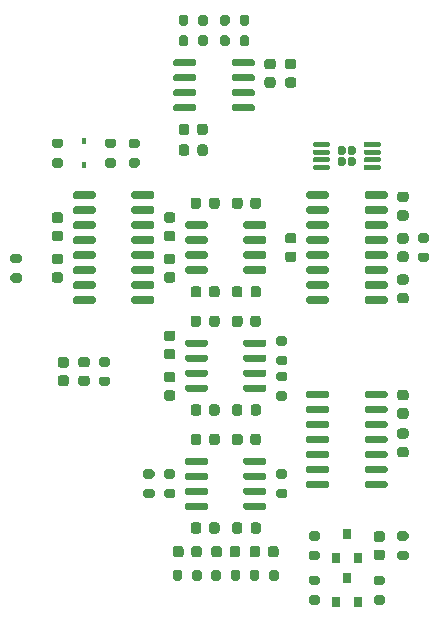
<source format=gbr>
%TF.GenerationSoftware,KiCad,Pcbnew,(5.1.10)-1*%
%TF.CreationDate,2021-08-08T16:35:40+05:30*%
%TF.ProjectId,Multislope IIA,4d756c74-6973-46c6-9f70-65204949412e,rev?*%
%TF.SameCoordinates,Original*%
%TF.FileFunction,Paste,Top*%
%TF.FilePolarity,Positive*%
%FSLAX46Y46*%
G04 Gerber Fmt 4.6, Leading zero omitted, Abs format (unit mm)*
G04 Created by KiCad (PCBNEW (5.1.10)-1) date 2021-08-08 16:35:40*
%MOMM*%
%LPD*%
G01*
G04 APERTURE LIST*
%ADD10R,0.800000X0.900000*%
%ADD11R,0.450000X0.600000*%
G04 APERTURE END LIST*
%TO.C,R22*%
G36*
G01*
X152475000Y-94425000D02*
X153025000Y-94425000D01*
G75*
G02*
X153225000Y-94625000I0J-200000D01*
G01*
X153225000Y-95025000D01*
G75*
G02*
X153025000Y-95225000I-200000J0D01*
G01*
X152475000Y-95225000D01*
G75*
G02*
X152275000Y-95025000I0J200000D01*
G01*
X152275000Y-94625000D01*
G75*
G02*
X152475000Y-94425000I200000J0D01*
G01*
G37*
G36*
G01*
X152475000Y-92775000D02*
X153025000Y-92775000D01*
G75*
G02*
X153225000Y-92975000I0J-200000D01*
G01*
X153225000Y-93375000D01*
G75*
G02*
X153025000Y-93575000I-200000J0D01*
G01*
X152475000Y-93575000D01*
G75*
G02*
X152275000Y-93375000I0J200000D01*
G01*
X152275000Y-92975000D01*
G75*
G02*
X152475000Y-92775000I200000J0D01*
G01*
G37*
%TD*%
%TO.C,R21*%
G36*
G01*
X117975000Y-96175000D02*
X118525000Y-96175000D01*
G75*
G02*
X118725000Y-96375000I0J-200000D01*
G01*
X118725000Y-96775000D01*
G75*
G02*
X118525000Y-96975000I-200000J0D01*
G01*
X117975000Y-96975000D01*
G75*
G02*
X117775000Y-96775000I0J200000D01*
G01*
X117775000Y-96375000D01*
G75*
G02*
X117975000Y-96175000I200000J0D01*
G01*
G37*
G36*
G01*
X117975000Y-94525000D02*
X118525000Y-94525000D01*
G75*
G02*
X118725000Y-94725000I0J-200000D01*
G01*
X118725000Y-95125000D01*
G75*
G02*
X118525000Y-95325000I-200000J0D01*
G01*
X117975000Y-95325000D01*
G75*
G02*
X117775000Y-95125000I0J200000D01*
G01*
X117775000Y-94725000D01*
G75*
G02*
X117975000Y-94525000I200000J0D01*
G01*
G37*
%TD*%
%TO.C,R20*%
G36*
G01*
X129225000Y-114425000D02*
X129775000Y-114425000D01*
G75*
G02*
X129975000Y-114625000I0J-200000D01*
G01*
X129975000Y-115025000D01*
G75*
G02*
X129775000Y-115225000I-200000J0D01*
G01*
X129225000Y-115225000D01*
G75*
G02*
X129025000Y-115025000I0J200000D01*
G01*
X129025000Y-114625000D01*
G75*
G02*
X129225000Y-114425000I200000J0D01*
G01*
G37*
G36*
G01*
X129225000Y-112775000D02*
X129775000Y-112775000D01*
G75*
G02*
X129975000Y-112975000I0J-200000D01*
G01*
X129975000Y-113375000D01*
G75*
G02*
X129775000Y-113575000I-200000J0D01*
G01*
X129225000Y-113575000D01*
G75*
G02*
X129025000Y-113375000I0J200000D01*
G01*
X129025000Y-112975000D01*
G75*
G02*
X129225000Y-112775000I200000J0D01*
G01*
G37*
%TD*%
%TO.C,R19*%
G36*
G01*
X151275000Y-118825000D02*
X150725000Y-118825000D01*
G75*
G02*
X150525000Y-118625000I0J200000D01*
G01*
X150525000Y-118225000D01*
G75*
G02*
X150725000Y-118025000I200000J0D01*
G01*
X151275000Y-118025000D01*
G75*
G02*
X151475000Y-118225000I0J-200000D01*
G01*
X151475000Y-118625000D01*
G75*
G02*
X151275000Y-118825000I-200000J0D01*
G01*
G37*
G36*
G01*
X151275000Y-120475000D02*
X150725000Y-120475000D01*
G75*
G02*
X150525000Y-120275000I0J200000D01*
G01*
X150525000Y-119875000D01*
G75*
G02*
X150725000Y-119675000I200000J0D01*
G01*
X151275000Y-119675000D01*
G75*
G02*
X151475000Y-119875000I0J-200000D01*
G01*
X151475000Y-120275000D01*
G75*
G02*
X151275000Y-120475000I-200000J0D01*
G01*
G37*
%TD*%
%TO.C,R18*%
G36*
G01*
X131525000Y-113575000D02*
X130975000Y-113575000D01*
G75*
G02*
X130775000Y-113375000I0J200000D01*
G01*
X130775000Y-112975000D01*
G75*
G02*
X130975000Y-112775000I200000J0D01*
G01*
X131525000Y-112775000D01*
G75*
G02*
X131725000Y-112975000I0J-200000D01*
G01*
X131725000Y-113375000D01*
G75*
G02*
X131525000Y-113575000I-200000J0D01*
G01*
G37*
G36*
G01*
X131525000Y-115225000D02*
X130975000Y-115225000D01*
G75*
G02*
X130775000Y-115025000I0J200000D01*
G01*
X130775000Y-114625000D01*
G75*
G02*
X130975000Y-114425000I200000J0D01*
G01*
X131525000Y-114425000D01*
G75*
G02*
X131725000Y-114625000I0J-200000D01*
G01*
X131725000Y-115025000D01*
G75*
G02*
X131525000Y-115225000I-200000J0D01*
G01*
G37*
%TD*%
%TO.C,R17*%
G36*
G01*
X133175000Y-122025000D02*
X133175000Y-121475000D01*
G75*
G02*
X133375000Y-121275000I200000J0D01*
G01*
X133775000Y-121275000D01*
G75*
G02*
X133975000Y-121475000I0J-200000D01*
G01*
X133975000Y-122025000D01*
G75*
G02*
X133775000Y-122225000I-200000J0D01*
G01*
X133375000Y-122225000D01*
G75*
G02*
X133175000Y-122025000I0J200000D01*
G01*
G37*
G36*
G01*
X131525000Y-122025000D02*
X131525000Y-121475000D01*
G75*
G02*
X131725000Y-121275000I200000J0D01*
G01*
X132125000Y-121275000D01*
G75*
G02*
X132325000Y-121475000I0J-200000D01*
G01*
X132325000Y-122025000D01*
G75*
G02*
X132125000Y-122225000I-200000J0D01*
G01*
X131725000Y-122225000D01*
G75*
G02*
X131525000Y-122025000I0J200000D01*
G01*
G37*
%TD*%
%TO.C,R16*%
G36*
G01*
X136425000Y-122025000D02*
X136425000Y-121475000D01*
G75*
G02*
X136625000Y-121275000I200000J0D01*
G01*
X137025000Y-121275000D01*
G75*
G02*
X137225000Y-121475000I0J-200000D01*
G01*
X137225000Y-122025000D01*
G75*
G02*
X137025000Y-122225000I-200000J0D01*
G01*
X136625000Y-122225000D01*
G75*
G02*
X136425000Y-122025000I0J200000D01*
G01*
G37*
G36*
G01*
X134775000Y-122025000D02*
X134775000Y-121475000D01*
G75*
G02*
X134975000Y-121275000I200000J0D01*
G01*
X135375000Y-121275000D01*
G75*
G02*
X135575000Y-121475000I0J-200000D01*
G01*
X135575000Y-122025000D01*
G75*
G02*
X135375000Y-122225000I-200000J0D01*
G01*
X134975000Y-122225000D01*
G75*
G02*
X134775000Y-122025000I0J200000D01*
G01*
G37*
%TD*%
%TO.C,R15*%
G36*
G01*
X139675000Y-122025000D02*
X139675000Y-121475000D01*
G75*
G02*
X139875000Y-121275000I200000J0D01*
G01*
X140275000Y-121275000D01*
G75*
G02*
X140475000Y-121475000I0J-200000D01*
G01*
X140475000Y-122025000D01*
G75*
G02*
X140275000Y-122225000I-200000J0D01*
G01*
X139875000Y-122225000D01*
G75*
G02*
X139675000Y-122025000I0J200000D01*
G01*
G37*
G36*
G01*
X138025000Y-122025000D02*
X138025000Y-121475000D01*
G75*
G02*
X138225000Y-121275000I200000J0D01*
G01*
X138625000Y-121275000D01*
G75*
G02*
X138825000Y-121475000I0J-200000D01*
G01*
X138825000Y-122025000D01*
G75*
G02*
X138625000Y-122225000I-200000J0D01*
G01*
X138225000Y-122225000D01*
G75*
G02*
X138025000Y-122025000I0J200000D01*
G01*
G37*
%TD*%
%TO.C,R14*%
G36*
G01*
X143225000Y-123425000D02*
X143775000Y-123425000D01*
G75*
G02*
X143975000Y-123625000I0J-200000D01*
G01*
X143975000Y-124025000D01*
G75*
G02*
X143775000Y-124225000I-200000J0D01*
G01*
X143225000Y-124225000D01*
G75*
G02*
X143025000Y-124025000I0J200000D01*
G01*
X143025000Y-123625000D01*
G75*
G02*
X143225000Y-123425000I200000J0D01*
G01*
G37*
G36*
G01*
X143225000Y-121775000D02*
X143775000Y-121775000D01*
G75*
G02*
X143975000Y-121975000I0J-200000D01*
G01*
X143975000Y-122375000D01*
G75*
G02*
X143775000Y-122575000I-200000J0D01*
G01*
X143225000Y-122575000D01*
G75*
G02*
X143025000Y-122375000I0J200000D01*
G01*
X143025000Y-121975000D01*
G75*
G02*
X143225000Y-121775000I200000J0D01*
G01*
G37*
%TD*%
%TO.C,R13*%
G36*
G01*
X143775000Y-118825000D02*
X143225000Y-118825000D01*
G75*
G02*
X143025000Y-118625000I0J200000D01*
G01*
X143025000Y-118225000D01*
G75*
G02*
X143225000Y-118025000I200000J0D01*
G01*
X143775000Y-118025000D01*
G75*
G02*
X143975000Y-118225000I0J-200000D01*
G01*
X143975000Y-118625000D01*
G75*
G02*
X143775000Y-118825000I-200000J0D01*
G01*
G37*
G36*
G01*
X143775000Y-120475000D02*
X143225000Y-120475000D01*
G75*
G02*
X143025000Y-120275000I0J200000D01*
G01*
X143025000Y-119875000D01*
G75*
G02*
X143225000Y-119675000I200000J0D01*
G01*
X143775000Y-119675000D01*
G75*
G02*
X143975000Y-119875000I0J-200000D01*
G01*
X143975000Y-120275000D01*
G75*
G02*
X143775000Y-120475000I-200000J0D01*
G01*
G37*
%TD*%
%TO.C,R12*%
G36*
G01*
X149275000Y-122575000D02*
X148725000Y-122575000D01*
G75*
G02*
X148525000Y-122375000I0J200000D01*
G01*
X148525000Y-121975000D01*
G75*
G02*
X148725000Y-121775000I200000J0D01*
G01*
X149275000Y-121775000D01*
G75*
G02*
X149475000Y-121975000I0J-200000D01*
G01*
X149475000Y-122375000D01*
G75*
G02*
X149275000Y-122575000I-200000J0D01*
G01*
G37*
G36*
G01*
X149275000Y-124225000D02*
X148725000Y-124225000D01*
G75*
G02*
X148525000Y-124025000I0J200000D01*
G01*
X148525000Y-123625000D01*
G75*
G02*
X148725000Y-123425000I200000J0D01*
G01*
X149275000Y-123425000D01*
G75*
G02*
X149475000Y-123625000I0J-200000D01*
G01*
X149475000Y-124025000D01*
G75*
G02*
X149275000Y-124225000I-200000J0D01*
G01*
G37*
%TD*%
%TO.C,R11*%
G36*
G01*
X126025000Y-104075000D02*
X125475000Y-104075000D01*
G75*
G02*
X125275000Y-103875000I0J200000D01*
G01*
X125275000Y-103475000D01*
G75*
G02*
X125475000Y-103275000I200000J0D01*
G01*
X126025000Y-103275000D01*
G75*
G02*
X126225000Y-103475000I0J-200000D01*
G01*
X126225000Y-103875000D01*
G75*
G02*
X126025000Y-104075000I-200000J0D01*
G01*
G37*
G36*
G01*
X126025000Y-105725000D02*
X125475000Y-105725000D01*
G75*
G02*
X125275000Y-105525000I0J200000D01*
G01*
X125275000Y-105125000D01*
G75*
G02*
X125475000Y-104925000I200000J0D01*
G01*
X126025000Y-104925000D01*
G75*
G02*
X126225000Y-105125000I0J-200000D01*
G01*
X126225000Y-105525000D01*
G75*
G02*
X126025000Y-105725000I-200000J0D01*
G01*
G37*
%TD*%
%TO.C,R10*%
G36*
G01*
X141025000Y-113575000D02*
X140475000Y-113575000D01*
G75*
G02*
X140275000Y-113375000I0J200000D01*
G01*
X140275000Y-112975000D01*
G75*
G02*
X140475000Y-112775000I200000J0D01*
G01*
X141025000Y-112775000D01*
G75*
G02*
X141225000Y-112975000I0J-200000D01*
G01*
X141225000Y-113375000D01*
G75*
G02*
X141025000Y-113575000I-200000J0D01*
G01*
G37*
G36*
G01*
X141025000Y-115225000D02*
X140475000Y-115225000D01*
G75*
G02*
X140275000Y-115025000I0J200000D01*
G01*
X140275000Y-114625000D01*
G75*
G02*
X140475000Y-114425000I200000J0D01*
G01*
X141025000Y-114425000D01*
G75*
G02*
X141225000Y-114625000I0J-200000D01*
G01*
X141225000Y-115025000D01*
G75*
G02*
X141025000Y-115225000I-200000J0D01*
G01*
G37*
%TD*%
%TO.C,R9*%
G36*
G01*
X141025000Y-105325000D02*
X140475000Y-105325000D01*
G75*
G02*
X140275000Y-105125000I0J200000D01*
G01*
X140275000Y-104725000D01*
G75*
G02*
X140475000Y-104525000I200000J0D01*
G01*
X141025000Y-104525000D01*
G75*
G02*
X141225000Y-104725000I0J-200000D01*
G01*
X141225000Y-105125000D01*
G75*
G02*
X141025000Y-105325000I-200000J0D01*
G01*
G37*
G36*
G01*
X141025000Y-106975000D02*
X140475000Y-106975000D01*
G75*
G02*
X140275000Y-106775000I0J200000D01*
G01*
X140275000Y-106375000D01*
G75*
G02*
X140475000Y-106175000I200000J0D01*
G01*
X141025000Y-106175000D01*
G75*
G02*
X141225000Y-106375000I0J-200000D01*
G01*
X141225000Y-106775000D01*
G75*
G02*
X141025000Y-106975000I-200000J0D01*
G01*
G37*
%TD*%
%TO.C,R8*%
G36*
G01*
X141025000Y-102325000D02*
X140475000Y-102325000D01*
G75*
G02*
X140275000Y-102125000I0J200000D01*
G01*
X140275000Y-101725000D01*
G75*
G02*
X140475000Y-101525000I200000J0D01*
G01*
X141025000Y-101525000D01*
G75*
G02*
X141225000Y-101725000I0J-200000D01*
G01*
X141225000Y-102125000D01*
G75*
G02*
X141025000Y-102325000I-200000J0D01*
G01*
G37*
G36*
G01*
X141025000Y-103975000D02*
X140475000Y-103975000D01*
G75*
G02*
X140275000Y-103775000I0J200000D01*
G01*
X140275000Y-103375000D01*
G75*
G02*
X140475000Y-103175000I200000J0D01*
G01*
X141025000Y-103175000D01*
G75*
G02*
X141225000Y-103375000I0J-200000D01*
G01*
X141225000Y-103775000D01*
G75*
G02*
X141025000Y-103975000I-200000J0D01*
G01*
G37*
%TD*%
%TO.C,R7*%
G36*
G01*
X136325000Y-76225000D02*
X136325000Y-76775000D01*
G75*
G02*
X136125000Y-76975000I-200000J0D01*
G01*
X135725000Y-76975000D01*
G75*
G02*
X135525000Y-76775000I0J200000D01*
G01*
X135525000Y-76225000D01*
G75*
G02*
X135725000Y-76025000I200000J0D01*
G01*
X136125000Y-76025000D01*
G75*
G02*
X136325000Y-76225000I0J-200000D01*
G01*
G37*
G36*
G01*
X137975000Y-76225000D02*
X137975000Y-76775000D01*
G75*
G02*
X137775000Y-76975000I-200000J0D01*
G01*
X137375000Y-76975000D01*
G75*
G02*
X137175000Y-76775000I0J200000D01*
G01*
X137175000Y-76225000D01*
G75*
G02*
X137375000Y-76025000I200000J0D01*
G01*
X137775000Y-76025000D01*
G75*
G02*
X137975000Y-76225000I0J-200000D01*
G01*
G37*
%TD*%
%TO.C,R6*%
G36*
G01*
X137175000Y-75025000D02*
X137175000Y-74475000D01*
G75*
G02*
X137375000Y-74275000I200000J0D01*
G01*
X137775000Y-74275000D01*
G75*
G02*
X137975000Y-74475000I0J-200000D01*
G01*
X137975000Y-75025000D01*
G75*
G02*
X137775000Y-75225000I-200000J0D01*
G01*
X137375000Y-75225000D01*
G75*
G02*
X137175000Y-75025000I0J200000D01*
G01*
G37*
G36*
G01*
X135525000Y-75025000D02*
X135525000Y-74475000D01*
G75*
G02*
X135725000Y-74275000I200000J0D01*
G01*
X136125000Y-74275000D01*
G75*
G02*
X136325000Y-74475000I0J-200000D01*
G01*
X136325000Y-75025000D01*
G75*
G02*
X136125000Y-75225000I-200000J0D01*
G01*
X135725000Y-75225000D01*
G75*
G02*
X135525000Y-75025000I0J200000D01*
G01*
G37*
%TD*%
%TO.C,R5*%
G36*
G01*
X133675000Y-75025000D02*
X133675000Y-74475000D01*
G75*
G02*
X133875000Y-74275000I200000J0D01*
G01*
X134275000Y-74275000D01*
G75*
G02*
X134475000Y-74475000I0J-200000D01*
G01*
X134475000Y-75025000D01*
G75*
G02*
X134275000Y-75225000I-200000J0D01*
G01*
X133875000Y-75225000D01*
G75*
G02*
X133675000Y-75025000I0J200000D01*
G01*
G37*
G36*
G01*
X132025000Y-75025000D02*
X132025000Y-74475000D01*
G75*
G02*
X132225000Y-74275000I200000J0D01*
G01*
X132625000Y-74275000D01*
G75*
G02*
X132825000Y-74475000I0J-200000D01*
G01*
X132825000Y-75025000D01*
G75*
G02*
X132625000Y-75225000I-200000J0D01*
G01*
X132225000Y-75225000D01*
G75*
G02*
X132025000Y-75025000I0J200000D01*
G01*
G37*
%TD*%
%TO.C,R4*%
G36*
G01*
X132825000Y-76225000D02*
X132825000Y-76775000D01*
G75*
G02*
X132625000Y-76975000I-200000J0D01*
G01*
X132225000Y-76975000D01*
G75*
G02*
X132025000Y-76775000I0J200000D01*
G01*
X132025000Y-76225000D01*
G75*
G02*
X132225000Y-76025000I200000J0D01*
G01*
X132625000Y-76025000D01*
G75*
G02*
X132825000Y-76225000I0J-200000D01*
G01*
G37*
G36*
G01*
X134475000Y-76225000D02*
X134475000Y-76775000D01*
G75*
G02*
X134275000Y-76975000I-200000J0D01*
G01*
X133875000Y-76975000D01*
G75*
G02*
X133675000Y-76775000I0J200000D01*
G01*
X133675000Y-76225000D01*
G75*
G02*
X133875000Y-76025000I200000J0D01*
G01*
X134275000Y-76025000D01*
G75*
G02*
X134475000Y-76225000I0J-200000D01*
G01*
G37*
%TD*%
%TO.C,R3*%
G36*
G01*
X128525000Y-85575000D02*
X127975000Y-85575000D01*
G75*
G02*
X127775000Y-85375000I0J200000D01*
G01*
X127775000Y-84975000D01*
G75*
G02*
X127975000Y-84775000I200000J0D01*
G01*
X128525000Y-84775000D01*
G75*
G02*
X128725000Y-84975000I0J-200000D01*
G01*
X128725000Y-85375000D01*
G75*
G02*
X128525000Y-85575000I-200000J0D01*
G01*
G37*
G36*
G01*
X128525000Y-87225000D02*
X127975000Y-87225000D01*
G75*
G02*
X127775000Y-87025000I0J200000D01*
G01*
X127775000Y-86625000D01*
G75*
G02*
X127975000Y-86425000I200000J0D01*
G01*
X128525000Y-86425000D01*
G75*
G02*
X128725000Y-86625000I0J-200000D01*
G01*
X128725000Y-87025000D01*
G75*
G02*
X128525000Y-87225000I-200000J0D01*
G01*
G37*
%TD*%
%TO.C,R2*%
G36*
G01*
X126525000Y-85575000D02*
X125975000Y-85575000D01*
G75*
G02*
X125775000Y-85375000I0J200000D01*
G01*
X125775000Y-84975000D01*
G75*
G02*
X125975000Y-84775000I200000J0D01*
G01*
X126525000Y-84775000D01*
G75*
G02*
X126725000Y-84975000I0J-200000D01*
G01*
X126725000Y-85375000D01*
G75*
G02*
X126525000Y-85575000I-200000J0D01*
G01*
G37*
G36*
G01*
X126525000Y-87225000D02*
X125975000Y-87225000D01*
G75*
G02*
X125775000Y-87025000I0J200000D01*
G01*
X125775000Y-86625000D01*
G75*
G02*
X125975000Y-86425000I200000J0D01*
G01*
X126525000Y-86425000D01*
G75*
G02*
X126725000Y-86625000I0J-200000D01*
G01*
X126725000Y-87025000D01*
G75*
G02*
X126525000Y-87225000I-200000J0D01*
G01*
G37*
%TD*%
%TO.C,R1*%
G36*
G01*
X121475000Y-86425000D02*
X122025000Y-86425000D01*
G75*
G02*
X122225000Y-86625000I0J-200000D01*
G01*
X122225000Y-87025000D01*
G75*
G02*
X122025000Y-87225000I-200000J0D01*
G01*
X121475000Y-87225000D01*
G75*
G02*
X121275000Y-87025000I0J200000D01*
G01*
X121275000Y-86625000D01*
G75*
G02*
X121475000Y-86425000I200000J0D01*
G01*
G37*
G36*
G01*
X121475000Y-84775000D02*
X122025000Y-84775000D01*
G75*
G02*
X122225000Y-84975000I0J-200000D01*
G01*
X122225000Y-85375000D01*
G75*
G02*
X122025000Y-85575000I-200000J0D01*
G01*
X121475000Y-85575000D01*
G75*
G02*
X121275000Y-85375000I0J200000D01*
G01*
X121275000Y-84975000D01*
G75*
G02*
X121475000Y-84775000I200000J0D01*
G01*
G37*
%TD*%
%TO.C,FB15*%
G36*
G01*
X151256250Y-110187500D02*
X150743750Y-110187500D01*
G75*
G02*
X150525000Y-109968750I0J218750D01*
G01*
X150525000Y-109531250D01*
G75*
G02*
X150743750Y-109312500I218750J0D01*
G01*
X151256250Y-109312500D01*
G75*
G02*
X151475000Y-109531250I0J-218750D01*
G01*
X151475000Y-109968750D01*
G75*
G02*
X151256250Y-110187500I-218750J0D01*
G01*
G37*
G36*
G01*
X151256250Y-111762500D02*
X150743750Y-111762500D01*
G75*
G02*
X150525000Y-111543750I0J218750D01*
G01*
X150525000Y-111106250D01*
G75*
G02*
X150743750Y-110887500I218750J0D01*
G01*
X151256250Y-110887500D01*
G75*
G02*
X151475000Y-111106250I0J-218750D01*
G01*
X151475000Y-111543750D01*
G75*
G02*
X151256250Y-111762500I-218750J0D01*
G01*
G37*
%TD*%
%TO.C,FB14*%
G36*
G01*
X124256250Y-104150000D02*
X123743750Y-104150000D01*
G75*
G02*
X123525000Y-103931250I0J218750D01*
G01*
X123525000Y-103493750D01*
G75*
G02*
X123743750Y-103275000I218750J0D01*
G01*
X124256250Y-103275000D01*
G75*
G02*
X124475000Y-103493750I0J-218750D01*
G01*
X124475000Y-103931250D01*
G75*
G02*
X124256250Y-104150000I-218750J0D01*
G01*
G37*
G36*
G01*
X124256250Y-105725000D02*
X123743750Y-105725000D01*
G75*
G02*
X123525000Y-105506250I0J218750D01*
G01*
X123525000Y-105068750D01*
G75*
G02*
X123743750Y-104850000I218750J0D01*
G01*
X124256250Y-104850000D01*
G75*
G02*
X124475000Y-105068750I0J-218750D01*
G01*
X124475000Y-105506250D01*
G75*
G02*
X124256250Y-105725000I-218750J0D01*
G01*
G37*
%TD*%
%TO.C,FB13*%
G36*
G01*
X151256250Y-97150000D02*
X150743750Y-97150000D01*
G75*
G02*
X150525000Y-96931250I0J218750D01*
G01*
X150525000Y-96493750D01*
G75*
G02*
X150743750Y-96275000I218750J0D01*
G01*
X151256250Y-96275000D01*
G75*
G02*
X151475000Y-96493750I0J-218750D01*
G01*
X151475000Y-96931250D01*
G75*
G02*
X151256250Y-97150000I-218750J0D01*
G01*
G37*
G36*
G01*
X151256250Y-98725000D02*
X150743750Y-98725000D01*
G75*
G02*
X150525000Y-98506250I0J218750D01*
G01*
X150525000Y-98068750D01*
G75*
G02*
X150743750Y-97850000I218750J0D01*
G01*
X151256250Y-97850000D01*
G75*
G02*
X151475000Y-98068750I0J-218750D01*
G01*
X151475000Y-98506250D01*
G75*
G02*
X151256250Y-98725000I-218750J0D01*
G01*
G37*
%TD*%
%TO.C,FB12*%
G36*
G01*
X138100000Y-118006250D02*
X138100000Y-117493750D01*
G75*
G02*
X138318750Y-117275000I218750J0D01*
G01*
X138756250Y-117275000D01*
G75*
G02*
X138975000Y-117493750I0J-218750D01*
G01*
X138975000Y-118006250D01*
G75*
G02*
X138756250Y-118225000I-218750J0D01*
G01*
X138318750Y-118225000D01*
G75*
G02*
X138100000Y-118006250I0J218750D01*
G01*
G37*
G36*
G01*
X136525000Y-118006250D02*
X136525000Y-117493750D01*
G75*
G02*
X136743750Y-117275000I218750J0D01*
G01*
X137181250Y-117275000D01*
G75*
G02*
X137400000Y-117493750I0J-218750D01*
G01*
X137400000Y-118006250D01*
G75*
G02*
X137181250Y-118225000I-218750J0D01*
G01*
X136743750Y-118225000D01*
G75*
G02*
X136525000Y-118006250I0J218750D01*
G01*
G37*
%TD*%
%TO.C,FB11*%
G36*
G01*
X134600000Y-110506250D02*
X134600000Y-109993750D01*
G75*
G02*
X134818750Y-109775000I218750J0D01*
G01*
X135256250Y-109775000D01*
G75*
G02*
X135475000Y-109993750I0J-218750D01*
G01*
X135475000Y-110506250D01*
G75*
G02*
X135256250Y-110725000I-218750J0D01*
G01*
X134818750Y-110725000D01*
G75*
G02*
X134600000Y-110506250I0J218750D01*
G01*
G37*
G36*
G01*
X133025000Y-110506250D02*
X133025000Y-109993750D01*
G75*
G02*
X133243750Y-109775000I218750J0D01*
G01*
X133681250Y-109775000D01*
G75*
G02*
X133900000Y-109993750I0J-218750D01*
G01*
X133900000Y-110506250D01*
G75*
G02*
X133681250Y-110725000I-218750J0D01*
G01*
X133243750Y-110725000D01*
G75*
G02*
X133025000Y-110506250I0J218750D01*
G01*
G37*
%TD*%
%TO.C,FB10*%
G36*
G01*
X141756250Y-93650000D02*
X141243750Y-93650000D01*
G75*
G02*
X141025000Y-93431250I0J218750D01*
G01*
X141025000Y-92993750D01*
G75*
G02*
X141243750Y-92775000I218750J0D01*
G01*
X141756250Y-92775000D01*
G75*
G02*
X141975000Y-92993750I0J-218750D01*
G01*
X141975000Y-93431250D01*
G75*
G02*
X141756250Y-93650000I-218750J0D01*
G01*
G37*
G36*
G01*
X141756250Y-95225000D02*
X141243750Y-95225000D01*
G75*
G02*
X141025000Y-95006250I0J218750D01*
G01*
X141025000Y-94568750D01*
G75*
G02*
X141243750Y-94350000I218750J0D01*
G01*
X141756250Y-94350000D01*
G75*
G02*
X141975000Y-94568750I0J-218750D01*
G01*
X141975000Y-95006250D01*
G75*
G02*
X141756250Y-95225000I-218750J0D01*
G01*
G37*
%TD*%
%TO.C,FB9*%
G36*
G01*
X150743750Y-90850000D02*
X151256250Y-90850000D01*
G75*
G02*
X151475000Y-91068750I0J-218750D01*
G01*
X151475000Y-91506250D01*
G75*
G02*
X151256250Y-91725000I-218750J0D01*
G01*
X150743750Y-91725000D01*
G75*
G02*
X150525000Y-91506250I0J218750D01*
G01*
X150525000Y-91068750D01*
G75*
G02*
X150743750Y-90850000I218750J0D01*
G01*
G37*
G36*
G01*
X150743750Y-89275000D02*
X151256250Y-89275000D01*
G75*
G02*
X151475000Y-89493750I0J-218750D01*
G01*
X151475000Y-89931250D01*
G75*
G02*
X151256250Y-90150000I-218750J0D01*
G01*
X150743750Y-90150000D01*
G75*
G02*
X150525000Y-89931250I0J218750D01*
G01*
X150525000Y-89493750D01*
G75*
G02*
X150743750Y-89275000I218750J0D01*
G01*
G37*
%TD*%
%TO.C,FB8*%
G36*
G01*
X138100000Y-98006250D02*
X138100000Y-97493750D01*
G75*
G02*
X138318750Y-97275000I218750J0D01*
G01*
X138756250Y-97275000D01*
G75*
G02*
X138975000Y-97493750I0J-218750D01*
G01*
X138975000Y-98006250D01*
G75*
G02*
X138756250Y-98225000I-218750J0D01*
G01*
X138318750Y-98225000D01*
G75*
G02*
X138100000Y-98006250I0J218750D01*
G01*
G37*
G36*
G01*
X136525000Y-98006250D02*
X136525000Y-97493750D01*
G75*
G02*
X136743750Y-97275000I218750J0D01*
G01*
X137181250Y-97275000D01*
G75*
G02*
X137400000Y-97493750I0J-218750D01*
G01*
X137400000Y-98006250D01*
G75*
G02*
X137181250Y-98225000I-218750J0D01*
G01*
X136743750Y-98225000D01*
G75*
G02*
X136525000Y-98006250I0J218750D01*
G01*
G37*
%TD*%
%TO.C,FB7*%
G36*
G01*
X134600000Y-90506250D02*
X134600000Y-89993750D01*
G75*
G02*
X134818750Y-89775000I218750J0D01*
G01*
X135256250Y-89775000D01*
G75*
G02*
X135475000Y-89993750I0J-218750D01*
G01*
X135475000Y-90506250D01*
G75*
G02*
X135256250Y-90725000I-218750J0D01*
G01*
X134818750Y-90725000D01*
G75*
G02*
X134600000Y-90506250I0J218750D01*
G01*
G37*
G36*
G01*
X133025000Y-90506250D02*
X133025000Y-89993750D01*
G75*
G02*
X133243750Y-89775000I218750J0D01*
G01*
X133681250Y-89775000D01*
G75*
G02*
X133900000Y-89993750I0J-218750D01*
G01*
X133900000Y-90506250D01*
G75*
G02*
X133681250Y-90725000I-218750J0D01*
G01*
X133243750Y-90725000D01*
G75*
G02*
X133025000Y-90506250I0J218750D01*
G01*
G37*
%TD*%
%TO.C,FB6*%
G36*
G01*
X131506250Y-91900000D02*
X130993750Y-91900000D01*
G75*
G02*
X130775000Y-91681250I0J218750D01*
G01*
X130775000Y-91243750D01*
G75*
G02*
X130993750Y-91025000I218750J0D01*
G01*
X131506250Y-91025000D01*
G75*
G02*
X131725000Y-91243750I0J-218750D01*
G01*
X131725000Y-91681250D01*
G75*
G02*
X131506250Y-91900000I-218750J0D01*
G01*
G37*
G36*
G01*
X131506250Y-93475000D02*
X130993750Y-93475000D01*
G75*
G02*
X130775000Y-93256250I0J218750D01*
G01*
X130775000Y-92818750D01*
G75*
G02*
X130993750Y-92600000I218750J0D01*
G01*
X131506250Y-92600000D01*
G75*
G02*
X131725000Y-92818750I0J-218750D01*
G01*
X131725000Y-93256250D01*
G75*
G02*
X131506250Y-93475000I-218750J0D01*
G01*
G37*
%TD*%
%TO.C,FB5*%
G36*
G01*
X122006250Y-95400000D02*
X121493750Y-95400000D01*
G75*
G02*
X121275000Y-95181250I0J218750D01*
G01*
X121275000Y-94743750D01*
G75*
G02*
X121493750Y-94525000I218750J0D01*
G01*
X122006250Y-94525000D01*
G75*
G02*
X122225000Y-94743750I0J-218750D01*
G01*
X122225000Y-95181250D01*
G75*
G02*
X122006250Y-95400000I-218750J0D01*
G01*
G37*
G36*
G01*
X122006250Y-96975000D02*
X121493750Y-96975000D01*
G75*
G02*
X121275000Y-96756250I0J218750D01*
G01*
X121275000Y-96318750D01*
G75*
G02*
X121493750Y-96100000I218750J0D01*
G01*
X122006250Y-96100000D01*
G75*
G02*
X122225000Y-96318750I0J-218750D01*
G01*
X122225000Y-96756250D01*
G75*
G02*
X122006250Y-96975000I-218750J0D01*
G01*
G37*
%TD*%
%TO.C,FB4*%
G36*
G01*
X138100000Y-108006250D02*
X138100000Y-107493750D01*
G75*
G02*
X138318750Y-107275000I218750J0D01*
G01*
X138756250Y-107275000D01*
G75*
G02*
X138975000Y-107493750I0J-218750D01*
G01*
X138975000Y-108006250D01*
G75*
G02*
X138756250Y-108225000I-218750J0D01*
G01*
X138318750Y-108225000D01*
G75*
G02*
X138100000Y-108006250I0J218750D01*
G01*
G37*
G36*
G01*
X136525000Y-108006250D02*
X136525000Y-107493750D01*
G75*
G02*
X136743750Y-107275000I218750J0D01*
G01*
X137181250Y-107275000D01*
G75*
G02*
X137400000Y-107493750I0J-218750D01*
G01*
X137400000Y-108006250D01*
G75*
G02*
X137181250Y-108225000I-218750J0D01*
G01*
X136743750Y-108225000D01*
G75*
G02*
X136525000Y-108006250I0J218750D01*
G01*
G37*
%TD*%
%TO.C,FB3*%
G36*
G01*
X134600000Y-100506250D02*
X134600000Y-99993750D01*
G75*
G02*
X134818750Y-99775000I218750J0D01*
G01*
X135256250Y-99775000D01*
G75*
G02*
X135475000Y-99993750I0J-218750D01*
G01*
X135475000Y-100506250D01*
G75*
G02*
X135256250Y-100725000I-218750J0D01*
G01*
X134818750Y-100725000D01*
G75*
G02*
X134600000Y-100506250I0J218750D01*
G01*
G37*
G36*
G01*
X133025000Y-100506250D02*
X133025000Y-99993750D01*
G75*
G02*
X133243750Y-99775000I218750J0D01*
G01*
X133681250Y-99775000D01*
G75*
G02*
X133900000Y-99993750I0J-218750D01*
G01*
X133900000Y-100506250D01*
G75*
G02*
X133681250Y-100725000I-218750J0D01*
G01*
X133243750Y-100725000D01*
G75*
G02*
X133025000Y-100506250I0J218750D01*
G01*
G37*
%TD*%
%TO.C,FB2*%
G36*
G01*
X133600000Y-86006250D02*
X133600000Y-85493750D01*
G75*
G02*
X133818750Y-85275000I218750J0D01*
G01*
X134256250Y-85275000D01*
G75*
G02*
X134475000Y-85493750I0J-218750D01*
G01*
X134475000Y-86006250D01*
G75*
G02*
X134256250Y-86225000I-218750J0D01*
G01*
X133818750Y-86225000D01*
G75*
G02*
X133600000Y-86006250I0J218750D01*
G01*
G37*
G36*
G01*
X132025000Y-86006250D02*
X132025000Y-85493750D01*
G75*
G02*
X132243750Y-85275000I218750J0D01*
G01*
X132681250Y-85275000D01*
G75*
G02*
X132900000Y-85493750I0J-218750D01*
G01*
X132900000Y-86006250D01*
G75*
G02*
X132681250Y-86225000I-218750J0D01*
G01*
X132243750Y-86225000D01*
G75*
G02*
X132025000Y-86006250I0J218750D01*
G01*
G37*
%TD*%
%TO.C,FB1*%
G36*
G01*
X141756250Y-78900000D02*
X141243750Y-78900000D01*
G75*
G02*
X141025000Y-78681250I0J218750D01*
G01*
X141025000Y-78243750D01*
G75*
G02*
X141243750Y-78025000I218750J0D01*
G01*
X141756250Y-78025000D01*
G75*
G02*
X141975000Y-78243750I0J-218750D01*
G01*
X141975000Y-78681250D01*
G75*
G02*
X141756250Y-78900000I-218750J0D01*
G01*
G37*
G36*
G01*
X141756250Y-80475000D02*
X141243750Y-80475000D01*
G75*
G02*
X141025000Y-80256250I0J218750D01*
G01*
X141025000Y-79818750D01*
G75*
G02*
X141243750Y-79600000I218750J0D01*
G01*
X141756250Y-79600000D01*
G75*
G02*
X141975000Y-79818750I0J-218750D01*
G01*
X141975000Y-80256250D01*
G75*
G02*
X141756250Y-80475000I-218750J0D01*
G01*
G37*
%TD*%
%TO.C,C18*%
G36*
G01*
X150750000Y-107600000D02*
X151250000Y-107600000D01*
G75*
G02*
X151475000Y-107825000I0J-225000D01*
G01*
X151475000Y-108275000D01*
G75*
G02*
X151250000Y-108500000I-225000J0D01*
G01*
X150750000Y-108500000D01*
G75*
G02*
X150525000Y-108275000I0J225000D01*
G01*
X150525000Y-107825000D01*
G75*
G02*
X150750000Y-107600000I225000J0D01*
G01*
G37*
G36*
G01*
X150750000Y-106050000D02*
X151250000Y-106050000D01*
G75*
G02*
X151475000Y-106275000I0J-225000D01*
G01*
X151475000Y-106725000D01*
G75*
G02*
X151250000Y-106950000I-225000J0D01*
G01*
X150750000Y-106950000D01*
G75*
G02*
X150525000Y-106725000I0J225000D01*
G01*
X150525000Y-106275000D01*
G75*
G02*
X150750000Y-106050000I225000J0D01*
G01*
G37*
%TD*%
%TO.C,C17*%
G36*
G01*
X139575000Y-120000000D02*
X139575000Y-119500000D01*
G75*
G02*
X139800000Y-119275000I225000J0D01*
G01*
X140250000Y-119275000D01*
G75*
G02*
X140475000Y-119500000I0J-225000D01*
G01*
X140475000Y-120000000D01*
G75*
G02*
X140250000Y-120225000I-225000J0D01*
G01*
X139800000Y-120225000D01*
G75*
G02*
X139575000Y-120000000I0J225000D01*
G01*
G37*
G36*
G01*
X138025000Y-120000000D02*
X138025000Y-119500000D01*
G75*
G02*
X138250000Y-119275000I225000J0D01*
G01*
X138700000Y-119275000D01*
G75*
G02*
X138925000Y-119500000I0J-225000D01*
G01*
X138925000Y-120000000D01*
G75*
G02*
X138700000Y-120225000I-225000J0D01*
G01*
X138250000Y-120225000D01*
G75*
G02*
X138025000Y-120000000I0J225000D01*
G01*
G37*
%TD*%
%TO.C,C16*%
G36*
G01*
X136325000Y-120000000D02*
X136325000Y-119500000D01*
G75*
G02*
X136550000Y-119275000I225000J0D01*
G01*
X137000000Y-119275000D01*
G75*
G02*
X137225000Y-119500000I0J-225000D01*
G01*
X137225000Y-120000000D01*
G75*
G02*
X137000000Y-120225000I-225000J0D01*
G01*
X136550000Y-120225000D01*
G75*
G02*
X136325000Y-120000000I0J225000D01*
G01*
G37*
G36*
G01*
X134775000Y-120000000D02*
X134775000Y-119500000D01*
G75*
G02*
X135000000Y-119275000I225000J0D01*
G01*
X135450000Y-119275000D01*
G75*
G02*
X135675000Y-119500000I0J-225000D01*
G01*
X135675000Y-120000000D01*
G75*
G02*
X135450000Y-120225000I-225000J0D01*
G01*
X135000000Y-120225000D01*
G75*
G02*
X134775000Y-120000000I0J225000D01*
G01*
G37*
%TD*%
%TO.C,C15*%
G36*
G01*
X133075000Y-120000000D02*
X133075000Y-119500000D01*
G75*
G02*
X133300000Y-119275000I225000J0D01*
G01*
X133750000Y-119275000D01*
G75*
G02*
X133975000Y-119500000I0J-225000D01*
G01*
X133975000Y-120000000D01*
G75*
G02*
X133750000Y-120225000I-225000J0D01*
G01*
X133300000Y-120225000D01*
G75*
G02*
X133075000Y-120000000I0J225000D01*
G01*
G37*
G36*
G01*
X131525000Y-120000000D02*
X131525000Y-119500000D01*
G75*
G02*
X131750000Y-119275000I225000J0D01*
G01*
X132200000Y-119275000D01*
G75*
G02*
X132425000Y-119500000I0J-225000D01*
G01*
X132425000Y-120000000D01*
G75*
G02*
X132200000Y-120225000I-225000J0D01*
G01*
X131750000Y-120225000D01*
G75*
G02*
X131525000Y-120000000I0J225000D01*
G01*
G37*
%TD*%
%TO.C,C14*%
G36*
G01*
X149250000Y-118925000D02*
X148750000Y-118925000D01*
G75*
G02*
X148525000Y-118700000I0J225000D01*
G01*
X148525000Y-118250000D01*
G75*
G02*
X148750000Y-118025000I225000J0D01*
G01*
X149250000Y-118025000D01*
G75*
G02*
X149475000Y-118250000I0J-225000D01*
G01*
X149475000Y-118700000D01*
G75*
G02*
X149250000Y-118925000I-225000J0D01*
G01*
G37*
G36*
G01*
X149250000Y-120475000D02*
X148750000Y-120475000D01*
G75*
G02*
X148525000Y-120250000I0J225000D01*
G01*
X148525000Y-119800000D01*
G75*
G02*
X148750000Y-119575000I225000J0D01*
G01*
X149250000Y-119575000D01*
G75*
G02*
X149475000Y-119800000I0J-225000D01*
G01*
X149475000Y-120250000D01*
G75*
G02*
X149250000Y-120475000I-225000J0D01*
G01*
G37*
%TD*%
%TO.C,C13*%
G36*
G01*
X122000000Y-104825000D02*
X122500000Y-104825000D01*
G75*
G02*
X122725000Y-105050000I0J-225000D01*
G01*
X122725000Y-105500000D01*
G75*
G02*
X122500000Y-105725000I-225000J0D01*
G01*
X122000000Y-105725000D01*
G75*
G02*
X121775000Y-105500000I0J225000D01*
G01*
X121775000Y-105050000D01*
G75*
G02*
X122000000Y-104825000I225000J0D01*
G01*
G37*
G36*
G01*
X122000000Y-103275000D02*
X122500000Y-103275000D01*
G75*
G02*
X122725000Y-103500000I0J-225000D01*
G01*
X122725000Y-103950000D01*
G75*
G02*
X122500000Y-104175000I-225000J0D01*
G01*
X122000000Y-104175000D01*
G75*
G02*
X121775000Y-103950000I0J225000D01*
G01*
X121775000Y-103500000D01*
G75*
G02*
X122000000Y-103275000I225000J0D01*
G01*
G37*
%TD*%
%TO.C,C12*%
G36*
G01*
X133925000Y-117500000D02*
X133925000Y-118000000D01*
G75*
G02*
X133700000Y-118225000I-225000J0D01*
G01*
X133250000Y-118225000D01*
G75*
G02*
X133025000Y-118000000I0J225000D01*
G01*
X133025000Y-117500000D01*
G75*
G02*
X133250000Y-117275000I225000J0D01*
G01*
X133700000Y-117275000D01*
G75*
G02*
X133925000Y-117500000I0J-225000D01*
G01*
G37*
G36*
G01*
X135475000Y-117500000D02*
X135475000Y-118000000D01*
G75*
G02*
X135250000Y-118225000I-225000J0D01*
G01*
X134800000Y-118225000D01*
G75*
G02*
X134575000Y-118000000I0J225000D01*
G01*
X134575000Y-117500000D01*
G75*
G02*
X134800000Y-117275000I225000J0D01*
G01*
X135250000Y-117275000D01*
G75*
G02*
X135475000Y-117500000I0J-225000D01*
G01*
G37*
%TD*%
%TO.C,C11*%
G36*
G01*
X137425000Y-110000000D02*
X137425000Y-110500000D01*
G75*
G02*
X137200000Y-110725000I-225000J0D01*
G01*
X136750000Y-110725000D01*
G75*
G02*
X136525000Y-110500000I0J225000D01*
G01*
X136525000Y-110000000D01*
G75*
G02*
X136750000Y-109775000I225000J0D01*
G01*
X137200000Y-109775000D01*
G75*
G02*
X137425000Y-110000000I0J-225000D01*
G01*
G37*
G36*
G01*
X138975000Y-110000000D02*
X138975000Y-110500000D01*
G75*
G02*
X138750000Y-110725000I-225000J0D01*
G01*
X138300000Y-110725000D01*
G75*
G02*
X138075000Y-110500000I0J225000D01*
G01*
X138075000Y-110000000D01*
G75*
G02*
X138300000Y-109775000I225000J0D01*
G01*
X138750000Y-109775000D01*
G75*
G02*
X138975000Y-110000000I0J-225000D01*
G01*
G37*
%TD*%
%TO.C,C10*%
G36*
G01*
X151250000Y-93675000D02*
X150750000Y-93675000D01*
G75*
G02*
X150525000Y-93450000I0J225000D01*
G01*
X150525000Y-93000000D01*
G75*
G02*
X150750000Y-92775000I225000J0D01*
G01*
X151250000Y-92775000D01*
G75*
G02*
X151475000Y-93000000I0J-225000D01*
G01*
X151475000Y-93450000D01*
G75*
G02*
X151250000Y-93675000I-225000J0D01*
G01*
G37*
G36*
G01*
X151250000Y-95225000D02*
X150750000Y-95225000D01*
G75*
G02*
X150525000Y-95000000I0J225000D01*
G01*
X150525000Y-94550000D01*
G75*
G02*
X150750000Y-94325000I225000J0D01*
G01*
X151250000Y-94325000D01*
G75*
G02*
X151475000Y-94550000I0J-225000D01*
G01*
X151475000Y-95000000D01*
G75*
G02*
X151250000Y-95225000I-225000J0D01*
G01*
G37*
%TD*%
%TO.C,C8*%
G36*
G01*
X133925000Y-97500000D02*
X133925000Y-98000000D01*
G75*
G02*
X133700000Y-98225000I-225000J0D01*
G01*
X133250000Y-98225000D01*
G75*
G02*
X133025000Y-98000000I0J225000D01*
G01*
X133025000Y-97500000D01*
G75*
G02*
X133250000Y-97275000I225000J0D01*
G01*
X133700000Y-97275000D01*
G75*
G02*
X133925000Y-97500000I0J-225000D01*
G01*
G37*
G36*
G01*
X135475000Y-97500000D02*
X135475000Y-98000000D01*
G75*
G02*
X135250000Y-98225000I-225000J0D01*
G01*
X134800000Y-98225000D01*
G75*
G02*
X134575000Y-98000000I0J225000D01*
G01*
X134575000Y-97500000D01*
G75*
G02*
X134800000Y-97275000I225000J0D01*
G01*
X135250000Y-97275000D01*
G75*
G02*
X135475000Y-97500000I0J-225000D01*
G01*
G37*
%TD*%
%TO.C,C7*%
G36*
G01*
X137425000Y-90000000D02*
X137425000Y-90500000D01*
G75*
G02*
X137200000Y-90725000I-225000J0D01*
G01*
X136750000Y-90725000D01*
G75*
G02*
X136525000Y-90500000I0J225000D01*
G01*
X136525000Y-90000000D01*
G75*
G02*
X136750000Y-89775000I225000J0D01*
G01*
X137200000Y-89775000D01*
G75*
G02*
X137425000Y-90000000I0J-225000D01*
G01*
G37*
G36*
G01*
X138975000Y-90000000D02*
X138975000Y-90500000D01*
G75*
G02*
X138750000Y-90725000I-225000J0D01*
G01*
X138300000Y-90725000D01*
G75*
G02*
X138075000Y-90500000I0J225000D01*
G01*
X138075000Y-90000000D01*
G75*
G02*
X138300000Y-89775000I225000J0D01*
G01*
X138750000Y-89775000D01*
G75*
G02*
X138975000Y-90000000I0J-225000D01*
G01*
G37*
%TD*%
%TO.C,C6*%
G36*
G01*
X131000000Y-96075000D02*
X131500000Y-96075000D01*
G75*
G02*
X131725000Y-96300000I0J-225000D01*
G01*
X131725000Y-96750000D01*
G75*
G02*
X131500000Y-96975000I-225000J0D01*
G01*
X131000000Y-96975000D01*
G75*
G02*
X130775000Y-96750000I0J225000D01*
G01*
X130775000Y-96300000D01*
G75*
G02*
X131000000Y-96075000I225000J0D01*
G01*
G37*
G36*
G01*
X131000000Y-94525000D02*
X131500000Y-94525000D01*
G75*
G02*
X131725000Y-94750000I0J-225000D01*
G01*
X131725000Y-95200000D01*
G75*
G02*
X131500000Y-95425000I-225000J0D01*
G01*
X131000000Y-95425000D01*
G75*
G02*
X130775000Y-95200000I0J225000D01*
G01*
X130775000Y-94750000D01*
G75*
G02*
X131000000Y-94525000I225000J0D01*
G01*
G37*
%TD*%
%TO.C,C5*%
G36*
G01*
X121500000Y-92575000D02*
X122000000Y-92575000D01*
G75*
G02*
X122225000Y-92800000I0J-225000D01*
G01*
X122225000Y-93250000D01*
G75*
G02*
X122000000Y-93475000I-225000J0D01*
G01*
X121500000Y-93475000D01*
G75*
G02*
X121275000Y-93250000I0J225000D01*
G01*
X121275000Y-92800000D01*
G75*
G02*
X121500000Y-92575000I225000J0D01*
G01*
G37*
G36*
G01*
X121500000Y-91025000D02*
X122000000Y-91025000D01*
G75*
G02*
X122225000Y-91250000I0J-225000D01*
G01*
X122225000Y-91700000D01*
G75*
G02*
X122000000Y-91925000I-225000J0D01*
G01*
X121500000Y-91925000D01*
G75*
G02*
X121275000Y-91700000I0J225000D01*
G01*
X121275000Y-91250000D01*
G75*
G02*
X121500000Y-91025000I225000J0D01*
G01*
G37*
%TD*%
%TO.C,C4*%
G36*
G01*
X133925000Y-107500000D02*
X133925000Y-108000000D01*
G75*
G02*
X133700000Y-108225000I-225000J0D01*
G01*
X133250000Y-108225000D01*
G75*
G02*
X133025000Y-108000000I0J225000D01*
G01*
X133025000Y-107500000D01*
G75*
G02*
X133250000Y-107275000I225000J0D01*
G01*
X133700000Y-107275000D01*
G75*
G02*
X133925000Y-107500000I0J-225000D01*
G01*
G37*
G36*
G01*
X135475000Y-107500000D02*
X135475000Y-108000000D01*
G75*
G02*
X135250000Y-108225000I-225000J0D01*
G01*
X134800000Y-108225000D01*
G75*
G02*
X134575000Y-108000000I0J225000D01*
G01*
X134575000Y-107500000D01*
G75*
G02*
X134800000Y-107275000I225000J0D01*
G01*
X135250000Y-107275000D01*
G75*
G02*
X135475000Y-107500000I0J-225000D01*
G01*
G37*
%TD*%
%TO.C,C3*%
G36*
G01*
X137425000Y-100000000D02*
X137425000Y-100500000D01*
G75*
G02*
X137200000Y-100725000I-225000J0D01*
G01*
X136750000Y-100725000D01*
G75*
G02*
X136525000Y-100500000I0J225000D01*
G01*
X136525000Y-100000000D01*
G75*
G02*
X136750000Y-99775000I225000J0D01*
G01*
X137200000Y-99775000D01*
G75*
G02*
X137425000Y-100000000I0J-225000D01*
G01*
G37*
G36*
G01*
X138975000Y-100000000D02*
X138975000Y-100500000D01*
G75*
G02*
X138750000Y-100725000I-225000J0D01*
G01*
X138300000Y-100725000D01*
G75*
G02*
X138075000Y-100500000I0J225000D01*
G01*
X138075000Y-100000000D01*
G75*
G02*
X138300000Y-99775000I225000J0D01*
G01*
X138750000Y-99775000D01*
G75*
G02*
X138975000Y-100000000I0J-225000D01*
G01*
G37*
%TD*%
%TO.C,C2*%
G36*
G01*
X133575000Y-84250000D02*
X133575000Y-83750000D01*
G75*
G02*
X133800000Y-83525000I225000J0D01*
G01*
X134250000Y-83525000D01*
G75*
G02*
X134475000Y-83750000I0J-225000D01*
G01*
X134475000Y-84250000D01*
G75*
G02*
X134250000Y-84475000I-225000J0D01*
G01*
X133800000Y-84475000D01*
G75*
G02*
X133575000Y-84250000I0J225000D01*
G01*
G37*
G36*
G01*
X132025000Y-84250000D02*
X132025000Y-83750000D01*
G75*
G02*
X132250000Y-83525000I225000J0D01*
G01*
X132700000Y-83525000D01*
G75*
G02*
X132925000Y-83750000I0J-225000D01*
G01*
X132925000Y-84250000D01*
G75*
G02*
X132700000Y-84475000I-225000J0D01*
G01*
X132250000Y-84475000D01*
G75*
G02*
X132025000Y-84250000I0J225000D01*
G01*
G37*
%TD*%
%TO.C,C1*%
G36*
G01*
X140000000Y-78925000D02*
X139500000Y-78925000D01*
G75*
G02*
X139275000Y-78700000I0J225000D01*
G01*
X139275000Y-78250000D01*
G75*
G02*
X139500000Y-78025000I225000J0D01*
G01*
X140000000Y-78025000D01*
G75*
G02*
X140225000Y-78250000I0J-225000D01*
G01*
X140225000Y-78700000D01*
G75*
G02*
X140000000Y-78925000I-225000J0D01*
G01*
G37*
G36*
G01*
X140000000Y-80475000D02*
X139500000Y-80475000D01*
G75*
G02*
X139275000Y-80250000I0J225000D01*
G01*
X139275000Y-79800000D01*
G75*
G02*
X139500000Y-79575000I225000J0D01*
G01*
X140000000Y-79575000D01*
G75*
G02*
X140225000Y-79800000I0J-225000D01*
G01*
X140225000Y-80250000D01*
G75*
G02*
X140000000Y-80475000I-225000J0D01*
G01*
G37*
%TD*%
D10*
%TO.C,U9*%
X146250000Y-118250000D03*
X147200000Y-120250000D03*
X145300000Y-120250000D03*
%TD*%
%TO.C,U8*%
G36*
G01*
X137500000Y-112245000D02*
X137500000Y-111945000D01*
G75*
G02*
X137650000Y-111795000I150000J0D01*
G01*
X139300000Y-111795000D01*
G75*
G02*
X139450000Y-111945000I0J-150000D01*
G01*
X139450000Y-112245000D01*
G75*
G02*
X139300000Y-112395000I-150000J0D01*
G01*
X137650000Y-112395000D01*
G75*
G02*
X137500000Y-112245000I0J150000D01*
G01*
G37*
G36*
G01*
X137500000Y-113515000D02*
X137500000Y-113215000D01*
G75*
G02*
X137650000Y-113065000I150000J0D01*
G01*
X139300000Y-113065000D01*
G75*
G02*
X139450000Y-113215000I0J-150000D01*
G01*
X139450000Y-113515000D01*
G75*
G02*
X139300000Y-113665000I-150000J0D01*
G01*
X137650000Y-113665000D01*
G75*
G02*
X137500000Y-113515000I0J150000D01*
G01*
G37*
G36*
G01*
X137500000Y-114785000D02*
X137500000Y-114485000D01*
G75*
G02*
X137650000Y-114335000I150000J0D01*
G01*
X139300000Y-114335000D01*
G75*
G02*
X139450000Y-114485000I0J-150000D01*
G01*
X139450000Y-114785000D01*
G75*
G02*
X139300000Y-114935000I-150000J0D01*
G01*
X137650000Y-114935000D01*
G75*
G02*
X137500000Y-114785000I0J150000D01*
G01*
G37*
G36*
G01*
X137500000Y-116055000D02*
X137500000Y-115755000D01*
G75*
G02*
X137650000Y-115605000I150000J0D01*
G01*
X139300000Y-115605000D01*
G75*
G02*
X139450000Y-115755000I0J-150000D01*
G01*
X139450000Y-116055000D01*
G75*
G02*
X139300000Y-116205000I-150000J0D01*
G01*
X137650000Y-116205000D01*
G75*
G02*
X137500000Y-116055000I0J150000D01*
G01*
G37*
G36*
G01*
X132550000Y-116055000D02*
X132550000Y-115755000D01*
G75*
G02*
X132700000Y-115605000I150000J0D01*
G01*
X134350000Y-115605000D01*
G75*
G02*
X134500000Y-115755000I0J-150000D01*
G01*
X134500000Y-116055000D01*
G75*
G02*
X134350000Y-116205000I-150000J0D01*
G01*
X132700000Y-116205000D01*
G75*
G02*
X132550000Y-116055000I0J150000D01*
G01*
G37*
G36*
G01*
X132550000Y-114785000D02*
X132550000Y-114485000D01*
G75*
G02*
X132700000Y-114335000I150000J0D01*
G01*
X134350000Y-114335000D01*
G75*
G02*
X134500000Y-114485000I0J-150000D01*
G01*
X134500000Y-114785000D01*
G75*
G02*
X134350000Y-114935000I-150000J0D01*
G01*
X132700000Y-114935000D01*
G75*
G02*
X132550000Y-114785000I0J150000D01*
G01*
G37*
G36*
G01*
X132550000Y-113515000D02*
X132550000Y-113215000D01*
G75*
G02*
X132700000Y-113065000I150000J0D01*
G01*
X134350000Y-113065000D01*
G75*
G02*
X134500000Y-113215000I0J-150000D01*
G01*
X134500000Y-113515000D01*
G75*
G02*
X134350000Y-113665000I-150000J0D01*
G01*
X132700000Y-113665000D01*
G75*
G02*
X132550000Y-113515000I0J150000D01*
G01*
G37*
G36*
G01*
X132550000Y-112245000D02*
X132550000Y-111945000D01*
G75*
G02*
X132700000Y-111795000I150000J0D01*
G01*
X134350000Y-111795000D01*
G75*
G02*
X134500000Y-111945000I0J-150000D01*
G01*
X134500000Y-112245000D01*
G75*
G02*
X134350000Y-112395000I-150000J0D01*
G01*
X132700000Y-112395000D01*
G75*
G02*
X132550000Y-112245000I0J150000D01*
G01*
G37*
%TD*%
%TO.C,U7*%
G36*
G01*
X137500000Y-92245000D02*
X137500000Y-91945000D01*
G75*
G02*
X137650000Y-91795000I150000J0D01*
G01*
X139300000Y-91795000D01*
G75*
G02*
X139450000Y-91945000I0J-150000D01*
G01*
X139450000Y-92245000D01*
G75*
G02*
X139300000Y-92395000I-150000J0D01*
G01*
X137650000Y-92395000D01*
G75*
G02*
X137500000Y-92245000I0J150000D01*
G01*
G37*
G36*
G01*
X137500000Y-93515000D02*
X137500000Y-93215000D01*
G75*
G02*
X137650000Y-93065000I150000J0D01*
G01*
X139300000Y-93065000D01*
G75*
G02*
X139450000Y-93215000I0J-150000D01*
G01*
X139450000Y-93515000D01*
G75*
G02*
X139300000Y-93665000I-150000J0D01*
G01*
X137650000Y-93665000D01*
G75*
G02*
X137500000Y-93515000I0J150000D01*
G01*
G37*
G36*
G01*
X137500000Y-94785000D02*
X137500000Y-94485000D01*
G75*
G02*
X137650000Y-94335000I150000J0D01*
G01*
X139300000Y-94335000D01*
G75*
G02*
X139450000Y-94485000I0J-150000D01*
G01*
X139450000Y-94785000D01*
G75*
G02*
X139300000Y-94935000I-150000J0D01*
G01*
X137650000Y-94935000D01*
G75*
G02*
X137500000Y-94785000I0J150000D01*
G01*
G37*
G36*
G01*
X137500000Y-96055000D02*
X137500000Y-95755000D01*
G75*
G02*
X137650000Y-95605000I150000J0D01*
G01*
X139300000Y-95605000D01*
G75*
G02*
X139450000Y-95755000I0J-150000D01*
G01*
X139450000Y-96055000D01*
G75*
G02*
X139300000Y-96205000I-150000J0D01*
G01*
X137650000Y-96205000D01*
G75*
G02*
X137500000Y-96055000I0J150000D01*
G01*
G37*
G36*
G01*
X132550000Y-96055000D02*
X132550000Y-95755000D01*
G75*
G02*
X132700000Y-95605000I150000J0D01*
G01*
X134350000Y-95605000D01*
G75*
G02*
X134500000Y-95755000I0J-150000D01*
G01*
X134500000Y-96055000D01*
G75*
G02*
X134350000Y-96205000I-150000J0D01*
G01*
X132700000Y-96205000D01*
G75*
G02*
X132550000Y-96055000I0J150000D01*
G01*
G37*
G36*
G01*
X132550000Y-94785000D02*
X132550000Y-94485000D01*
G75*
G02*
X132700000Y-94335000I150000J0D01*
G01*
X134350000Y-94335000D01*
G75*
G02*
X134500000Y-94485000I0J-150000D01*
G01*
X134500000Y-94785000D01*
G75*
G02*
X134350000Y-94935000I-150000J0D01*
G01*
X132700000Y-94935000D01*
G75*
G02*
X132550000Y-94785000I0J150000D01*
G01*
G37*
G36*
G01*
X132550000Y-93515000D02*
X132550000Y-93215000D01*
G75*
G02*
X132700000Y-93065000I150000J0D01*
G01*
X134350000Y-93065000D01*
G75*
G02*
X134500000Y-93215000I0J-150000D01*
G01*
X134500000Y-93515000D01*
G75*
G02*
X134350000Y-93665000I-150000J0D01*
G01*
X132700000Y-93665000D01*
G75*
G02*
X132550000Y-93515000I0J150000D01*
G01*
G37*
G36*
G01*
X132550000Y-92245000D02*
X132550000Y-91945000D01*
G75*
G02*
X132700000Y-91795000I150000J0D01*
G01*
X134350000Y-91795000D01*
G75*
G02*
X134500000Y-91945000I0J-150000D01*
G01*
X134500000Y-92245000D01*
G75*
G02*
X134350000Y-92395000I-150000J0D01*
G01*
X132700000Y-92395000D01*
G75*
G02*
X132550000Y-92245000I0J150000D01*
G01*
G37*
%TD*%
%TO.C,U6*%
G36*
G01*
X137500000Y-102245000D02*
X137500000Y-101945000D01*
G75*
G02*
X137650000Y-101795000I150000J0D01*
G01*
X139300000Y-101795000D01*
G75*
G02*
X139450000Y-101945000I0J-150000D01*
G01*
X139450000Y-102245000D01*
G75*
G02*
X139300000Y-102395000I-150000J0D01*
G01*
X137650000Y-102395000D01*
G75*
G02*
X137500000Y-102245000I0J150000D01*
G01*
G37*
G36*
G01*
X137500000Y-103515000D02*
X137500000Y-103215000D01*
G75*
G02*
X137650000Y-103065000I150000J0D01*
G01*
X139300000Y-103065000D01*
G75*
G02*
X139450000Y-103215000I0J-150000D01*
G01*
X139450000Y-103515000D01*
G75*
G02*
X139300000Y-103665000I-150000J0D01*
G01*
X137650000Y-103665000D01*
G75*
G02*
X137500000Y-103515000I0J150000D01*
G01*
G37*
G36*
G01*
X137500000Y-104785000D02*
X137500000Y-104485000D01*
G75*
G02*
X137650000Y-104335000I150000J0D01*
G01*
X139300000Y-104335000D01*
G75*
G02*
X139450000Y-104485000I0J-150000D01*
G01*
X139450000Y-104785000D01*
G75*
G02*
X139300000Y-104935000I-150000J0D01*
G01*
X137650000Y-104935000D01*
G75*
G02*
X137500000Y-104785000I0J150000D01*
G01*
G37*
G36*
G01*
X137500000Y-106055000D02*
X137500000Y-105755000D01*
G75*
G02*
X137650000Y-105605000I150000J0D01*
G01*
X139300000Y-105605000D01*
G75*
G02*
X139450000Y-105755000I0J-150000D01*
G01*
X139450000Y-106055000D01*
G75*
G02*
X139300000Y-106205000I-150000J0D01*
G01*
X137650000Y-106205000D01*
G75*
G02*
X137500000Y-106055000I0J150000D01*
G01*
G37*
G36*
G01*
X132550000Y-106055000D02*
X132550000Y-105755000D01*
G75*
G02*
X132700000Y-105605000I150000J0D01*
G01*
X134350000Y-105605000D01*
G75*
G02*
X134500000Y-105755000I0J-150000D01*
G01*
X134500000Y-106055000D01*
G75*
G02*
X134350000Y-106205000I-150000J0D01*
G01*
X132700000Y-106205000D01*
G75*
G02*
X132550000Y-106055000I0J150000D01*
G01*
G37*
G36*
G01*
X132550000Y-104785000D02*
X132550000Y-104485000D01*
G75*
G02*
X132700000Y-104335000I150000J0D01*
G01*
X134350000Y-104335000D01*
G75*
G02*
X134500000Y-104485000I0J-150000D01*
G01*
X134500000Y-104785000D01*
G75*
G02*
X134350000Y-104935000I-150000J0D01*
G01*
X132700000Y-104935000D01*
G75*
G02*
X132550000Y-104785000I0J150000D01*
G01*
G37*
G36*
G01*
X132550000Y-103515000D02*
X132550000Y-103215000D01*
G75*
G02*
X132700000Y-103065000I150000J0D01*
G01*
X134350000Y-103065000D01*
G75*
G02*
X134500000Y-103215000I0J-150000D01*
G01*
X134500000Y-103515000D01*
G75*
G02*
X134350000Y-103665000I-150000J0D01*
G01*
X132700000Y-103665000D01*
G75*
G02*
X132550000Y-103515000I0J150000D01*
G01*
G37*
G36*
G01*
X132550000Y-102245000D02*
X132550000Y-101945000D01*
G75*
G02*
X132700000Y-101795000I150000J0D01*
G01*
X134350000Y-101795000D01*
G75*
G02*
X134500000Y-101945000I0J-150000D01*
G01*
X134500000Y-102245000D01*
G75*
G02*
X134350000Y-102395000I-150000J0D01*
G01*
X132700000Y-102395000D01*
G75*
G02*
X132550000Y-102245000I0J150000D01*
G01*
G37*
%TD*%
%TO.C,U5*%
G36*
G01*
X147750000Y-106590000D02*
X147750000Y-106290000D01*
G75*
G02*
X147900000Y-106140000I150000J0D01*
G01*
X149550000Y-106140000D01*
G75*
G02*
X149700000Y-106290000I0J-150000D01*
G01*
X149700000Y-106590000D01*
G75*
G02*
X149550000Y-106740000I-150000J0D01*
G01*
X147900000Y-106740000D01*
G75*
G02*
X147750000Y-106590000I0J150000D01*
G01*
G37*
G36*
G01*
X147750000Y-107860000D02*
X147750000Y-107560000D01*
G75*
G02*
X147900000Y-107410000I150000J0D01*
G01*
X149550000Y-107410000D01*
G75*
G02*
X149700000Y-107560000I0J-150000D01*
G01*
X149700000Y-107860000D01*
G75*
G02*
X149550000Y-108010000I-150000J0D01*
G01*
X147900000Y-108010000D01*
G75*
G02*
X147750000Y-107860000I0J150000D01*
G01*
G37*
G36*
G01*
X147750000Y-109130000D02*
X147750000Y-108830000D01*
G75*
G02*
X147900000Y-108680000I150000J0D01*
G01*
X149550000Y-108680000D01*
G75*
G02*
X149700000Y-108830000I0J-150000D01*
G01*
X149700000Y-109130000D01*
G75*
G02*
X149550000Y-109280000I-150000J0D01*
G01*
X147900000Y-109280000D01*
G75*
G02*
X147750000Y-109130000I0J150000D01*
G01*
G37*
G36*
G01*
X147750000Y-110400000D02*
X147750000Y-110100000D01*
G75*
G02*
X147900000Y-109950000I150000J0D01*
G01*
X149550000Y-109950000D01*
G75*
G02*
X149700000Y-110100000I0J-150000D01*
G01*
X149700000Y-110400000D01*
G75*
G02*
X149550000Y-110550000I-150000J0D01*
G01*
X147900000Y-110550000D01*
G75*
G02*
X147750000Y-110400000I0J150000D01*
G01*
G37*
G36*
G01*
X147750000Y-111670000D02*
X147750000Y-111370000D01*
G75*
G02*
X147900000Y-111220000I150000J0D01*
G01*
X149550000Y-111220000D01*
G75*
G02*
X149700000Y-111370000I0J-150000D01*
G01*
X149700000Y-111670000D01*
G75*
G02*
X149550000Y-111820000I-150000J0D01*
G01*
X147900000Y-111820000D01*
G75*
G02*
X147750000Y-111670000I0J150000D01*
G01*
G37*
G36*
G01*
X147750000Y-112940000D02*
X147750000Y-112640000D01*
G75*
G02*
X147900000Y-112490000I150000J0D01*
G01*
X149550000Y-112490000D01*
G75*
G02*
X149700000Y-112640000I0J-150000D01*
G01*
X149700000Y-112940000D01*
G75*
G02*
X149550000Y-113090000I-150000J0D01*
G01*
X147900000Y-113090000D01*
G75*
G02*
X147750000Y-112940000I0J150000D01*
G01*
G37*
G36*
G01*
X147750000Y-114210000D02*
X147750000Y-113910000D01*
G75*
G02*
X147900000Y-113760000I150000J0D01*
G01*
X149550000Y-113760000D01*
G75*
G02*
X149700000Y-113910000I0J-150000D01*
G01*
X149700000Y-114210000D01*
G75*
G02*
X149550000Y-114360000I-150000J0D01*
G01*
X147900000Y-114360000D01*
G75*
G02*
X147750000Y-114210000I0J150000D01*
G01*
G37*
G36*
G01*
X142800000Y-114210000D02*
X142800000Y-113910000D01*
G75*
G02*
X142950000Y-113760000I150000J0D01*
G01*
X144600000Y-113760000D01*
G75*
G02*
X144750000Y-113910000I0J-150000D01*
G01*
X144750000Y-114210000D01*
G75*
G02*
X144600000Y-114360000I-150000J0D01*
G01*
X142950000Y-114360000D01*
G75*
G02*
X142800000Y-114210000I0J150000D01*
G01*
G37*
G36*
G01*
X142800000Y-112940000D02*
X142800000Y-112640000D01*
G75*
G02*
X142950000Y-112490000I150000J0D01*
G01*
X144600000Y-112490000D01*
G75*
G02*
X144750000Y-112640000I0J-150000D01*
G01*
X144750000Y-112940000D01*
G75*
G02*
X144600000Y-113090000I-150000J0D01*
G01*
X142950000Y-113090000D01*
G75*
G02*
X142800000Y-112940000I0J150000D01*
G01*
G37*
G36*
G01*
X142800000Y-111670000D02*
X142800000Y-111370000D01*
G75*
G02*
X142950000Y-111220000I150000J0D01*
G01*
X144600000Y-111220000D01*
G75*
G02*
X144750000Y-111370000I0J-150000D01*
G01*
X144750000Y-111670000D01*
G75*
G02*
X144600000Y-111820000I-150000J0D01*
G01*
X142950000Y-111820000D01*
G75*
G02*
X142800000Y-111670000I0J150000D01*
G01*
G37*
G36*
G01*
X142800000Y-110400000D02*
X142800000Y-110100000D01*
G75*
G02*
X142950000Y-109950000I150000J0D01*
G01*
X144600000Y-109950000D01*
G75*
G02*
X144750000Y-110100000I0J-150000D01*
G01*
X144750000Y-110400000D01*
G75*
G02*
X144600000Y-110550000I-150000J0D01*
G01*
X142950000Y-110550000D01*
G75*
G02*
X142800000Y-110400000I0J150000D01*
G01*
G37*
G36*
G01*
X142800000Y-109130000D02*
X142800000Y-108830000D01*
G75*
G02*
X142950000Y-108680000I150000J0D01*
G01*
X144600000Y-108680000D01*
G75*
G02*
X144750000Y-108830000I0J-150000D01*
G01*
X144750000Y-109130000D01*
G75*
G02*
X144600000Y-109280000I-150000J0D01*
G01*
X142950000Y-109280000D01*
G75*
G02*
X142800000Y-109130000I0J150000D01*
G01*
G37*
G36*
G01*
X142800000Y-107860000D02*
X142800000Y-107560000D01*
G75*
G02*
X142950000Y-107410000I150000J0D01*
G01*
X144600000Y-107410000D01*
G75*
G02*
X144750000Y-107560000I0J-150000D01*
G01*
X144750000Y-107860000D01*
G75*
G02*
X144600000Y-108010000I-150000J0D01*
G01*
X142950000Y-108010000D01*
G75*
G02*
X142800000Y-107860000I0J150000D01*
G01*
G37*
G36*
G01*
X142800000Y-106590000D02*
X142800000Y-106290000D01*
G75*
G02*
X142950000Y-106140000I150000J0D01*
G01*
X144600000Y-106140000D01*
G75*
G02*
X144750000Y-106290000I0J-150000D01*
G01*
X144750000Y-106590000D01*
G75*
G02*
X144600000Y-106740000I-150000J0D01*
G01*
X142950000Y-106740000D01*
G75*
G02*
X142800000Y-106590000I0J150000D01*
G01*
G37*
%TD*%
%TO.C,U3*%
G36*
G01*
X125000000Y-98295000D02*
X125000000Y-98595000D01*
G75*
G02*
X124850000Y-98745000I-150000J0D01*
G01*
X123200000Y-98745000D01*
G75*
G02*
X123050000Y-98595000I0J150000D01*
G01*
X123050000Y-98295000D01*
G75*
G02*
X123200000Y-98145000I150000J0D01*
G01*
X124850000Y-98145000D01*
G75*
G02*
X125000000Y-98295000I0J-150000D01*
G01*
G37*
G36*
G01*
X125000000Y-97025000D02*
X125000000Y-97325000D01*
G75*
G02*
X124850000Y-97475000I-150000J0D01*
G01*
X123200000Y-97475000D01*
G75*
G02*
X123050000Y-97325000I0J150000D01*
G01*
X123050000Y-97025000D01*
G75*
G02*
X123200000Y-96875000I150000J0D01*
G01*
X124850000Y-96875000D01*
G75*
G02*
X125000000Y-97025000I0J-150000D01*
G01*
G37*
G36*
G01*
X125000000Y-95755000D02*
X125000000Y-96055000D01*
G75*
G02*
X124850000Y-96205000I-150000J0D01*
G01*
X123200000Y-96205000D01*
G75*
G02*
X123050000Y-96055000I0J150000D01*
G01*
X123050000Y-95755000D01*
G75*
G02*
X123200000Y-95605000I150000J0D01*
G01*
X124850000Y-95605000D01*
G75*
G02*
X125000000Y-95755000I0J-150000D01*
G01*
G37*
G36*
G01*
X125000000Y-94485000D02*
X125000000Y-94785000D01*
G75*
G02*
X124850000Y-94935000I-150000J0D01*
G01*
X123200000Y-94935000D01*
G75*
G02*
X123050000Y-94785000I0J150000D01*
G01*
X123050000Y-94485000D01*
G75*
G02*
X123200000Y-94335000I150000J0D01*
G01*
X124850000Y-94335000D01*
G75*
G02*
X125000000Y-94485000I0J-150000D01*
G01*
G37*
G36*
G01*
X125000000Y-93215000D02*
X125000000Y-93515000D01*
G75*
G02*
X124850000Y-93665000I-150000J0D01*
G01*
X123200000Y-93665000D01*
G75*
G02*
X123050000Y-93515000I0J150000D01*
G01*
X123050000Y-93215000D01*
G75*
G02*
X123200000Y-93065000I150000J0D01*
G01*
X124850000Y-93065000D01*
G75*
G02*
X125000000Y-93215000I0J-150000D01*
G01*
G37*
G36*
G01*
X125000000Y-91945000D02*
X125000000Y-92245000D01*
G75*
G02*
X124850000Y-92395000I-150000J0D01*
G01*
X123200000Y-92395000D01*
G75*
G02*
X123050000Y-92245000I0J150000D01*
G01*
X123050000Y-91945000D01*
G75*
G02*
X123200000Y-91795000I150000J0D01*
G01*
X124850000Y-91795000D01*
G75*
G02*
X125000000Y-91945000I0J-150000D01*
G01*
G37*
G36*
G01*
X125000000Y-90675000D02*
X125000000Y-90975000D01*
G75*
G02*
X124850000Y-91125000I-150000J0D01*
G01*
X123200000Y-91125000D01*
G75*
G02*
X123050000Y-90975000I0J150000D01*
G01*
X123050000Y-90675000D01*
G75*
G02*
X123200000Y-90525000I150000J0D01*
G01*
X124850000Y-90525000D01*
G75*
G02*
X125000000Y-90675000I0J-150000D01*
G01*
G37*
G36*
G01*
X125000000Y-89405000D02*
X125000000Y-89705000D01*
G75*
G02*
X124850000Y-89855000I-150000J0D01*
G01*
X123200000Y-89855000D01*
G75*
G02*
X123050000Y-89705000I0J150000D01*
G01*
X123050000Y-89405000D01*
G75*
G02*
X123200000Y-89255000I150000J0D01*
G01*
X124850000Y-89255000D01*
G75*
G02*
X125000000Y-89405000I0J-150000D01*
G01*
G37*
G36*
G01*
X129950000Y-89405000D02*
X129950000Y-89705000D01*
G75*
G02*
X129800000Y-89855000I-150000J0D01*
G01*
X128150000Y-89855000D01*
G75*
G02*
X128000000Y-89705000I0J150000D01*
G01*
X128000000Y-89405000D01*
G75*
G02*
X128150000Y-89255000I150000J0D01*
G01*
X129800000Y-89255000D01*
G75*
G02*
X129950000Y-89405000I0J-150000D01*
G01*
G37*
G36*
G01*
X129950000Y-90675000D02*
X129950000Y-90975000D01*
G75*
G02*
X129800000Y-91125000I-150000J0D01*
G01*
X128150000Y-91125000D01*
G75*
G02*
X128000000Y-90975000I0J150000D01*
G01*
X128000000Y-90675000D01*
G75*
G02*
X128150000Y-90525000I150000J0D01*
G01*
X129800000Y-90525000D01*
G75*
G02*
X129950000Y-90675000I0J-150000D01*
G01*
G37*
G36*
G01*
X129950000Y-91945000D02*
X129950000Y-92245000D01*
G75*
G02*
X129800000Y-92395000I-150000J0D01*
G01*
X128150000Y-92395000D01*
G75*
G02*
X128000000Y-92245000I0J150000D01*
G01*
X128000000Y-91945000D01*
G75*
G02*
X128150000Y-91795000I150000J0D01*
G01*
X129800000Y-91795000D01*
G75*
G02*
X129950000Y-91945000I0J-150000D01*
G01*
G37*
G36*
G01*
X129950000Y-93215000D02*
X129950000Y-93515000D01*
G75*
G02*
X129800000Y-93665000I-150000J0D01*
G01*
X128150000Y-93665000D01*
G75*
G02*
X128000000Y-93515000I0J150000D01*
G01*
X128000000Y-93215000D01*
G75*
G02*
X128150000Y-93065000I150000J0D01*
G01*
X129800000Y-93065000D01*
G75*
G02*
X129950000Y-93215000I0J-150000D01*
G01*
G37*
G36*
G01*
X129950000Y-94485000D02*
X129950000Y-94785000D01*
G75*
G02*
X129800000Y-94935000I-150000J0D01*
G01*
X128150000Y-94935000D01*
G75*
G02*
X128000000Y-94785000I0J150000D01*
G01*
X128000000Y-94485000D01*
G75*
G02*
X128150000Y-94335000I150000J0D01*
G01*
X129800000Y-94335000D01*
G75*
G02*
X129950000Y-94485000I0J-150000D01*
G01*
G37*
G36*
G01*
X129950000Y-95755000D02*
X129950000Y-96055000D01*
G75*
G02*
X129800000Y-96205000I-150000J0D01*
G01*
X128150000Y-96205000D01*
G75*
G02*
X128000000Y-96055000I0J150000D01*
G01*
X128000000Y-95755000D01*
G75*
G02*
X128150000Y-95605000I150000J0D01*
G01*
X129800000Y-95605000D01*
G75*
G02*
X129950000Y-95755000I0J-150000D01*
G01*
G37*
G36*
G01*
X129950000Y-97025000D02*
X129950000Y-97325000D01*
G75*
G02*
X129800000Y-97475000I-150000J0D01*
G01*
X128150000Y-97475000D01*
G75*
G02*
X128000000Y-97325000I0J150000D01*
G01*
X128000000Y-97025000D01*
G75*
G02*
X128150000Y-96875000I150000J0D01*
G01*
X129800000Y-96875000D01*
G75*
G02*
X129950000Y-97025000I0J-150000D01*
G01*
G37*
G36*
G01*
X129950000Y-98295000D02*
X129950000Y-98595000D01*
G75*
G02*
X129800000Y-98745000I-150000J0D01*
G01*
X128150000Y-98745000D01*
G75*
G02*
X128000000Y-98595000I0J150000D01*
G01*
X128000000Y-98295000D01*
G75*
G02*
X128150000Y-98145000I150000J0D01*
G01*
X129800000Y-98145000D01*
G75*
G02*
X129950000Y-98295000I0J-150000D01*
G01*
G37*
%TD*%
%TO.C,U2*%
G36*
G01*
X147750000Y-89705000D02*
X147750000Y-89405000D01*
G75*
G02*
X147900000Y-89255000I150000J0D01*
G01*
X149550000Y-89255000D01*
G75*
G02*
X149700000Y-89405000I0J-150000D01*
G01*
X149700000Y-89705000D01*
G75*
G02*
X149550000Y-89855000I-150000J0D01*
G01*
X147900000Y-89855000D01*
G75*
G02*
X147750000Y-89705000I0J150000D01*
G01*
G37*
G36*
G01*
X147750000Y-90975000D02*
X147750000Y-90675000D01*
G75*
G02*
X147900000Y-90525000I150000J0D01*
G01*
X149550000Y-90525000D01*
G75*
G02*
X149700000Y-90675000I0J-150000D01*
G01*
X149700000Y-90975000D01*
G75*
G02*
X149550000Y-91125000I-150000J0D01*
G01*
X147900000Y-91125000D01*
G75*
G02*
X147750000Y-90975000I0J150000D01*
G01*
G37*
G36*
G01*
X147750000Y-92245000D02*
X147750000Y-91945000D01*
G75*
G02*
X147900000Y-91795000I150000J0D01*
G01*
X149550000Y-91795000D01*
G75*
G02*
X149700000Y-91945000I0J-150000D01*
G01*
X149700000Y-92245000D01*
G75*
G02*
X149550000Y-92395000I-150000J0D01*
G01*
X147900000Y-92395000D01*
G75*
G02*
X147750000Y-92245000I0J150000D01*
G01*
G37*
G36*
G01*
X147750000Y-93515000D02*
X147750000Y-93215000D01*
G75*
G02*
X147900000Y-93065000I150000J0D01*
G01*
X149550000Y-93065000D01*
G75*
G02*
X149700000Y-93215000I0J-150000D01*
G01*
X149700000Y-93515000D01*
G75*
G02*
X149550000Y-93665000I-150000J0D01*
G01*
X147900000Y-93665000D01*
G75*
G02*
X147750000Y-93515000I0J150000D01*
G01*
G37*
G36*
G01*
X147750000Y-94785000D02*
X147750000Y-94485000D01*
G75*
G02*
X147900000Y-94335000I150000J0D01*
G01*
X149550000Y-94335000D01*
G75*
G02*
X149700000Y-94485000I0J-150000D01*
G01*
X149700000Y-94785000D01*
G75*
G02*
X149550000Y-94935000I-150000J0D01*
G01*
X147900000Y-94935000D01*
G75*
G02*
X147750000Y-94785000I0J150000D01*
G01*
G37*
G36*
G01*
X147750000Y-96055000D02*
X147750000Y-95755000D01*
G75*
G02*
X147900000Y-95605000I150000J0D01*
G01*
X149550000Y-95605000D01*
G75*
G02*
X149700000Y-95755000I0J-150000D01*
G01*
X149700000Y-96055000D01*
G75*
G02*
X149550000Y-96205000I-150000J0D01*
G01*
X147900000Y-96205000D01*
G75*
G02*
X147750000Y-96055000I0J150000D01*
G01*
G37*
G36*
G01*
X147750000Y-97325000D02*
X147750000Y-97025000D01*
G75*
G02*
X147900000Y-96875000I150000J0D01*
G01*
X149550000Y-96875000D01*
G75*
G02*
X149700000Y-97025000I0J-150000D01*
G01*
X149700000Y-97325000D01*
G75*
G02*
X149550000Y-97475000I-150000J0D01*
G01*
X147900000Y-97475000D01*
G75*
G02*
X147750000Y-97325000I0J150000D01*
G01*
G37*
G36*
G01*
X147750000Y-98595000D02*
X147750000Y-98295000D01*
G75*
G02*
X147900000Y-98145000I150000J0D01*
G01*
X149550000Y-98145000D01*
G75*
G02*
X149700000Y-98295000I0J-150000D01*
G01*
X149700000Y-98595000D01*
G75*
G02*
X149550000Y-98745000I-150000J0D01*
G01*
X147900000Y-98745000D01*
G75*
G02*
X147750000Y-98595000I0J150000D01*
G01*
G37*
G36*
G01*
X142800000Y-98595000D02*
X142800000Y-98295000D01*
G75*
G02*
X142950000Y-98145000I150000J0D01*
G01*
X144600000Y-98145000D01*
G75*
G02*
X144750000Y-98295000I0J-150000D01*
G01*
X144750000Y-98595000D01*
G75*
G02*
X144600000Y-98745000I-150000J0D01*
G01*
X142950000Y-98745000D01*
G75*
G02*
X142800000Y-98595000I0J150000D01*
G01*
G37*
G36*
G01*
X142800000Y-97325000D02*
X142800000Y-97025000D01*
G75*
G02*
X142950000Y-96875000I150000J0D01*
G01*
X144600000Y-96875000D01*
G75*
G02*
X144750000Y-97025000I0J-150000D01*
G01*
X144750000Y-97325000D01*
G75*
G02*
X144600000Y-97475000I-150000J0D01*
G01*
X142950000Y-97475000D01*
G75*
G02*
X142800000Y-97325000I0J150000D01*
G01*
G37*
G36*
G01*
X142800000Y-96055000D02*
X142800000Y-95755000D01*
G75*
G02*
X142950000Y-95605000I150000J0D01*
G01*
X144600000Y-95605000D01*
G75*
G02*
X144750000Y-95755000I0J-150000D01*
G01*
X144750000Y-96055000D01*
G75*
G02*
X144600000Y-96205000I-150000J0D01*
G01*
X142950000Y-96205000D01*
G75*
G02*
X142800000Y-96055000I0J150000D01*
G01*
G37*
G36*
G01*
X142800000Y-94785000D02*
X142800000Y-94485000D01*
G75*
G02*
X142950000Y-94335000I150000J0D01*
G01*
X144600000Y-94335000D01*
G75*
G02*
X144750000Y-94485000I0J-150000D01*
G01*
X144750000Y-94785000D01*
G75*
G02*
X144600000Y-94935000I-150000J0D01*
G01*
X142950000Y-94935000D01*
G75*
G02*
X142800000Y-94785000I0J150000D01*
G01*
G37*
G36*
G01*
X142800000Y-93515000D02*
X142800000Y-93215000D01*
G75*
G02*
X142950000Y-93065000I150000J0D01*
G01*
X144600000Y-93065000D01*
G75*
G02*
X144750000Y-93215000I0J-150000D01*
G01*
X144750000Y-93515000D01*
G75*
G02*
X144600000Y-93665000I-150000J0D01*
G01*
X142950000Y-93665000D01*
G75*
G02*
X142800000Y-93515000I0J150000D01*
G01*
G37*
G36*
G01*
X142800000Y-92245000D02*
X142800000Y-91945000D01*
G75*
G02*
X142950000Y-91795000I150000J0D01*
G01*
X144600000Y-91795000D01*
G75*
G02*
X144750000Y-91945000I0J-150000D01*
G01*
X144750000Y-92245000D01*
G75*
G02*
X144600000Y-92395000I-150000J0D01*
G01*
X142950000Y-92395000D01*
G75*
G02*
X142800000Y-92245000I0J150000D01*
G01*
G37*
G36*
G01*
X142800000Y-90975000D02*
X142800000Y-90675000D01*
G75*
G02*
X142950000Y-90525000I150000J0D01*
G01*
X144600000Y-90525000D01*
G75*
G02*
X144750000Y-90675000I0J-150000D01*
G01*
X144750000Y-90975000D01*
G75*
G02*
X144600000Y-91125000I-150000J0D01*
G01*
X142950000Y-91125000D01*
G75*
G02*
X142800000Y-90975000I0J150000D01*
G01*
G37*
G36*
G01*
X142800000Y-89705000D02*
X142800000Y-89405000D01*
G75*
G02*
X142950000Y-89255000I150000J0D01*
G01*
X144600000Y-89255000D01*
G75*
G02*
X144750000Y-89405000I0J-150000D01*
G01*
X144750000Y-89705000D01*
G75*
G02*
X144600000Y-89855000I-150000J0D01*
G01*
X142950000Y-89855000D01*
G75*
G02*
X142800000Y-89705000I0J150000D01*
G01*
G37*
%TD*%
%TO.C,U1*%
G36*
G01*
X136500000Y-78495000D02*
X136500000Y-78195000D01*
G75*
G02*
X136650000Y-78045000I150000J0D01*
G01*
X138300000Y-78045000D01*
G75*
G02*
X138450000Y-78195000I0J-150000D01*
G01*
X138450000Y-78495000D01*
G75*
G02*
X138300000Y-78645000I-150000J0D01*
G01*
X136650000Y-78645000D01*
G75*
G02*
X136500000Y-78495000I0J150000D01*
G01*
G37*
G36*
G01*
X136500000Y-79765000D02*
X136500000Y-79465000D01*
G75*
G02*
X136650000Y-79315000I150000J0D01*
G01*
X138300000Y-79315000D01*
G75*
G02*
X138450000Y-79465000I0J-150000D01*
G01*
X138450000Y-79765000D01*
G75*
G02*
X138300000Y-79915000I-150000J0D01*
G01*
X136650000Y-79915000D01*
G75*
G02*
X136500000Y-79765000I0J150000D01*
G01*
G37*
G36*
G01*
X136500000Y-81035000D02*
X136500000Y-80735000D01*
G75*
G02*
X136650000Y-80585000I150000J0D01*
G01*
X138300000Y-80585000D01*
G75*
G02*
X138450000Y-80735000I0J-150000D01*
G01*
X138450000Y-81035000D01*
G75*
G02*
X138300000Y-81185000I-150000J0D01*
G01*
X136650000Y-81185000D01*
G75*
G02*
X136500000Y-81035000I0J150000D01*
G01*
G37*
G36*
G01*
X136500000Y-82305000D02*
X136500000Y-82005000D01*
G75*
G02*
X136650000Y-81855000I150000J0D01*
G01*
X138300000Y-81855000D01*
G75*
G02*
X138450000Y-82005000I0J-150000D01*
G01*
X138450000Y-82305000D01*
G75*
G02*
X138300000Y-82455000I-150000J0D01*
G01*
X136650000Y-82455000D01*
G75*
G02*
X136500000Y-82305000I0J150000D01*
G01*
G37*
G36*
G01*
X131550000Y-82305000D02*
X131550000Y-82005000D01*
G75*
G02*
X131700000Y-81855000I150000J0D01*
G01*
X133350000Y-81855000D01*
G75*
G02*
X133500000Y-82005000I0J-150000D01*
G01*
X133500000Y-82305000D01*
G75*
G02*
X133350000Y-82455000I-150000J0D01*
G01*
X131700000Y-82455000D01*
G75*
G02*
X131550000Y-82305000I0J150000D01*
G01*
G37*
G36*
G01*
X131550000Y-81035000D02*
X131550000Y-80735000D01*
G75*
G02*
X131700000Y-80585000I150000J0D01*
G01*
X133350000Y-80585000D01*
G75*
G02*
X133500000Y-80735000I0J-150000D01*
G01*
X133500000Y-81035000D01*
G75*
G02*
X133350000Y-81185000I-150000J0D01*
G01*
X131700000Y-81185000D01*
G75*
G02*
X131550000Y-81035000I0J150000D01*
G01*
G37*
G36*
G01*
X131550000Y-79765000D02*
X131550000Y-79465000D01*
G75*
G02*
X131700000Y-79315000I150000J0D01*
G01*
X133350000Y-79315000D01*
G75*
G02*
X133500000Y-79465000I0J-150000D01*
G01*
X133500000Y-79765000D01*
G75*
G02*
X133350000Y-79915000I-150000J0D01*
G01*
X131700000Y-79915000D01*
G75*
G02*
X131550000Y-79765000I0J150000D01*
G01*
G37*
G36*
G01*
X131550000Y-78495000D02*
X131550000Y-78195000D01*
G75*
G02*
X131700000Y-78045000I150000J0D01*
G01*
X133350000Y-78045000D01*
G75*
G02*
X133500000Y-78195000I0J-150000D01*
G01*
X133500000Y-78495000D01*
G75*
G02*
X133350000Y-78645000I-150000J0D01*
G01*
X131700000Y-78645000D01*
G75*
G02*
X131550000Y-78495000I0J150000D01*
G01*
G37*
%TD*%
%TO.C,RN1*%
G36*
G01*
X146330000Y-86930000D02*
X146330000Y-86510000D01*
G75*
G02*
X146500000Y-86340000I170000J0D01*
G01*
X146840000Y-86340000D01*
G75*
G02*
X147010000Y-86510000I0J-170000D01*
G01*
X147010000Y-86930000D01*
G75*
G02*
X146840000Y-87100000I-170000J0D01*
G01*
X146500000Y-87100000D01*
G75*
G02*
X146330000Y-86930000I0J170000D01*
G01*
G37*
G36*
G01*
X146330000Y-85990000D02*
X146330000Y-85570000D01*
G75*
G02*
X146500000Y-85400000I170000J0D01*
G01*
X146840000Y-85400000D01*
G75*
G02*
X147010000Y-85570000I0J-170000D01*
G01*
X147010000Y-85990000D01*
G75*
G02*
X146840000Y-86160000I-170000J0D01*
G01*
X146500000Y-86160000D01*
G75*
G02*
X146330000Y-85990000I0J170000D01*
G01*
G37*
G36*
G01*
X145490000Y-86930000D02*
X145490000Y-86510000D01*
G75*
G02*
X145660000Y-86340000I170000J0D01*
G01*
X146000000Y-86340000D01*
G75*
G02*
X146170000Y-86510000I0J-170000D01*
G01*
X146170000Y-86930000D01*
G75*
G02*
X146000000Y-87100000I-170000J0D01*
G01*
X145660000Y-87100000D01*
G75*
G02*
X145490000Y-86930000I0J170000D01*
G01*
G37*
G36*
G01*
X145490000Y-85990000D02*
X145490000Y-85570000D01*
G75*
G02*
X145660000Y-85400000I170000J0D01*
G01*
X146000000Y-85400000D01*
G75*
G02*
X146170000Y-85570000I0J-170000D01*
G01*
X146170000Y-85990000D01*
G75*
G02*
X146000000Y-86160000I-170000J0D01*
G01*
X145660000Y-86160000D01*
G75*
G02*
X145490000Y-85990000I0J170000D01*
G01*
G37*
G36*
G01*
X147675000Y-85375000D02*
X147675000Y-85175000D01*
G75*
G02*
X147775000Y-85075000I100000J0D01*
G01*
X149025000Y-85075000D01*
G75*
G02*
X149125000Y-85175000I0J-100000D01*
G01*
X149125000Y-85375000D01*
G75*
G02*
X149025000Y-85475000I-100000J0D01*
G01*
X147775000Y-85475000D01*
G75*
G02*
X147675000Y-85375000I0J100000D01*
G01*
G37*
G36*
G01*
X147675000Y-86025000D02*
X147675000Y-85825000D01*
G75*
G02*
X147775000Y-85725000I100000J0D01*
G01*
X149025000Y-85725000D01*
G75*
G02*
X149125000Y-85825000I0J-100000D01*
G01*
X149125000Y-86025000D01*
G75*
G02*
X149025000Y-86125000I-100000J0D01*
G01*
X147775000Y-86125000D01*
G75*
G02*
X147675000Y-86025000I0J100000D01*
G01*
G37*
G36*
G01*
X147675000Y-86675000D02*
X147675000Y-86475000D01*
G75*
G02*
X147775000Y-86375000I100000J0D01*
G01*
X149025000Y-86375000D01*
G75*
G02*
X149125000Y-86475000I0J-100000D01*
G01*
X149125000Y-86675000D01*
G75*
G02*
X149025000Y-86775000I-100000J0D01*
G01*
X147775000Y-86775000D01*
G75*
G02*
X147675000Y-86675000I0J100000D01*
G01*
G37*
G36*
G01*
X147675000Y-87325000D02*
X147675000Y-87125000D01*
G75*
G02*
X147775000Y-87025000I100000J0D01*
G01*
X149025000Y-87025000D01*
G75*
G02*
X149125000Y-87125000I0J-100000D01*
G01*
X149125000Y-87325000D01*
G75*
G02*
X149025000Y-87425000I-100000J0D01*
G01*
X147775000Y-87425000D01*
G75*
G02*
X147675000Y-87325000I0J100000D01*
G01*
G37*
G36*
G01*
X143375000Y-87325000D02*
X143375000Y-87125000D01*
G75*
G02*
X143475000Y-87025000I100000J0D01*
G01*
X144725000Y-87025000D01*
G75*
G02*
X144825000Y-87125000I0J-100000D01*
G01*
X144825000Y-87325000D01*
G75*
G02*
X144725000Y-87425000I-100000J0D01*
G01*
X143475000Y-87425000D01*
G75*
G02*
X143375000Y-87325000I0J100000D01*
G01*
G37*
G36*
G01*
X143375000Y-86675000D02*
X143375000Y-86475000D01*
G75*
G02*
X143475000Y-86375000I100000J0D01*
G01*
X144725000Y-86375000D01*
G75*
G02*
X144825000Y-86475000I0J-100000D01*
G01*
X144825000Y-86675000D01*
G75*
G02*
X144725000Y-86775000I-100000J0D01*
G01*
X143475000Y-86775000D01*
G75*
G02*
X143375000Y-86675000I0J100000D01*
G01*
G37*
G36*
G01*
X143375000Y-86025000D02*
X143375000Y-85825000D01*
G75*
G02*
X143475000Y-85725000I100000J0D01*
G01*
X144725000Y-85725000D01*
G75*
G02*
X144825000Y-85825000I0J-100000D01*
G01*
X144825000Y-86025000D01*
G75*
G02*
X144725000Y-86125000I-100000J0D01*
G01*
X143475000Y-86125000D01*
G75*
G02*
X143375000Y-86025000I0J100000D01*
G01*
G37*
G36*
G01*
X143375000Y-85375000D02*
X143375000Y-85175000D01*
G75*
G02*
X143475000Y-85075000I100000J0D01*
G01*
X144725000Y-85075000D01*
G75*
G02*
X144825000Y-85175000I0J-100000D01*
G01*
X144825000Y-85375000D01*
G75*
G02*
X144725000Y-85475000I-100000J0D01*
G01*
X143475000Y-85475000D01*
G75*
G02*
X143375000Y-85375000I0J100000D01*
G01*
G37*
%TD*%
%TO.C,Q1*%
X146250000Y-122000000D03*
X147200000Y-124000000D03*
X145300000Y-124000000D03*
%TD*%
D11*
%TO.C,D1*%
X124000000Y-87050000D03*
X124000000Y-84950000D03*
%TD*%
%TO.C,C19*%
G36*
G01*
X131500000Y-105425000D02*
X131000000Y-105425000D01*
G75*
G02*
X130775000Y-105200000I0J225000D01*
G01*
X130775000Y-104750000D01*
G75*
G02*
X131000000Y-104525000I225000J0D01*
G01*
X131500000Y-104525000D01*
G75*
G02*
X131725000Y-104750000I0J-225000D01*
G01*
X131725000Y-105200000D01*
G75*
G02*
X131500000Y-105425000I-225000J0D01*
G01*
G37*
G36*
G01*
X131500000Y-106975000D02*
X131000000Y-106975000D01*
G75*
G02*
X130775000Y-106750000I0J225000D01*
G01*
X130775000Y-106300000D01*
G75*
G02*
X131000000Y-106075000I225000J0D01*
G01*
X131500000Y-106075000D01*
G75*
G02*
X131725000Y-106300000I0J-225000D01*
G01*
X131725000Y-106750000D01*
G75*
G02*
X131500000Y-106975000I-225000J0D01*
G01*
G37*
%TD*%
%TO.C,C9*%
G36*
G01*
X131000000Y-102575000D02*
X131500000Y-102575000D01*
G75*
G02*
X131725000Y-102800000I0J-225000D01*
G01*
X131725000Y-103250000D01*
G75*
G02*
X131500000Y-103475000I-225000J0D01*
G01*
X131000000Y-103475000D01*
G75*
G02*
X130775000Y-103250000I0J225000D01*
G01*
X130775000Y-102800000D01*
G75*
G02*
X131000000Y-102575000I225000J0D01*
G01*
G37*
G36*
G01*
X131000000Y-101025000D02*
X131500000Y-101025000D01*
G75*
G02*
X131725000Y-101250000I0J-225000D01*
G01*
X131725000Y-101700000D01*
G75*
G02*
X131500000Y-101925000I-225000J0D01*
G01*
X131000000Y-101925000D01*
G75*
G02*
X130775000Y-101700000I0J225000D01*
G01*
X130775000Y-101250000D01*
G75*
G02*
X131000000Y-101025000I225000J0D01*
G01*
G37*
%TD*%
M02*

</source>
